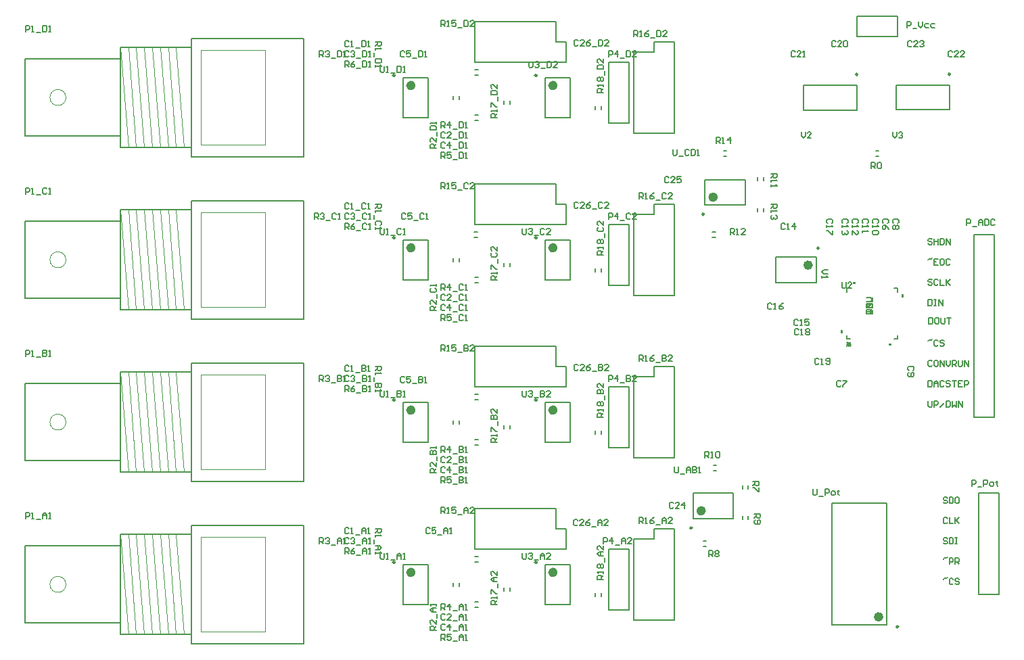
<source format=gto>
G04 Layer_Color=65535*
%FSLAX25Y25*%
%MOIN*%
G70*
G01*
G75*
%ADD42C,0.02362*%
%ADD43C,0.00984*%
%ADD44C,0.00098*%
%ADD45C,0.00787*%
%ADD46C,0.00098*%
%ADD47C,0.00600*%
%ADD48C,0.00500*%
G36*
X420400Y253792D02*
X419400D01*
Y255292D01*
X420400D01*
Y253792D01*
D02*
G37*
G36*
X444608Y247800D02*
X443108D01*
Y248800D01*
X444608D01*
Y247800D01*
D02*
G37*
G36*
X426892Y278000D02*
X425392D01*
Y279000D01*
X426892D01*
Y278000D01*
D02*
G37*
G36*
X450600Y271508D02*
X449600D01*
Y273008D01*
X450600D01*
Y271508D01*
D02*
G37*
D42*
X404587Y287362D02*
G03*
X404587Y287362I-1181J0D01*
G01*
X357776Y320866D02*
G03*
X357776Y320866I-1181J0D01*
G01*
X278819Y295905D02*
G03*
X278819Y295905I-1181J0D01*
G01*
X439331Y114016D02*
G03*
X439331Y114016I-1181J0D01*
G01*
X278819Y215905D02*
G03*
X278819Y215905I-1181J0D01*
G01*
Y135906D02*
G03*
X278819Y135906I-1181J0D01*
G01*
X208819Y215905D02*
G03*
X208819Y215905I-1181J0D01*
G01*
Y135906D02*
G03*
X208819Y135906I-1181J0D01*
G01*
X351876Y166238D02*
G03*
X351876Y166238I-1181J0D01*
G01*
X278819Y375905D02*
G03*
X278819Y375905I-1181J0D01*
G01*
X208819Y295905D02*
G03*
X208819Y295905I-1181J0D01*
G01*
Y375905D02*
G03*
X208819Y375905I-1181J0D01*
G01*
D43*
X408839Y295728D02*
G03*
X408839Y295728I-492J0D01*
G01*
X352146Y312500D02*
G03*
X352146Y312500I-492J0D01*
G01*
X269764Y300847D02*
G03*
X269764Y300847I-492J0D01*
G01*
X447894Y109153D02*
G03*
X447894Y109153I-492J0D01*
G01*
X269764Y220847D02*
G03*
X269764Y220847I-492J0D01*
G01*
Y140847D02*
G03*
X269764Y140847I-492J0D01*
G01*
X199764Y220847D02*
G03*
X199764Y220847I-492J0D01*
G01*
Y140847D02*
G03*
X199764Y140847I-492J0D01*
G01*
X346246Y157872D02*
G03*
X346246Y157872I-492J0D01*
G01*
X269764Y380847D02*
G03*
X269764Y380847I-492J0D01*
G01*
X199764Y300847D02*
G03*
X199764Y300847I-492J0D01*
G01*
Y380847D02*
G03*
X199764Y380847I-492J0D01*
G01*
X473484Y381516D02*
G03*
X473484Y381516I-492J0D01*
G01*
X427884Y381416D02*
G03*
X427884Y381416I-492J0D01*
G01*
D44*
X37657Y130000D02*
G03*
X37657Y130000I-3937J0D01*
G01*
Y210000D02*
G03*
X37657Y210000I-3937J0D01*
G01*
Y290000D02*
G03*
X37657Y290000I-3937J0D01*
G01*
Y370000D02*
G03*
X37657Y370000I-3937J0D01*
G01*
X104193Y106772D02*
Y153228D01*
X91988Y154606D02*
X95925Y105394D01*
X88051Y154606D02*
X91988Y105394D01*
X84114Y154606D02*
X88051Y105394D01*
X80177Y154606D02*
X84114Y105394D01*
X76240Y154606D02*
X80177Y105394D01*
X72303Y154606D02*
X76240Y105394D01*
X68366Y154606D02*
X72303Y105394D01*
X64429Y154606D02*
X68366Y105394D01*
X104193Y186772D02*
Y233228D01*
X91988Y234606D02*
X95925Y185394D01*
X88051Y234606D02*
X91988Y185394D01*
X84114Y234606D02*
X88051Y185394D01*
X80177Y234606D02*
X84114Y185394D01*
X76240Y234606D02*
X80177Y185394D01*
X72303Y234606D02*
X76240Y185394D01*
X68366Y234606D02*
X72303Y185394D01*
X64429Y234606D02*
X68366Y185394D01*
X104193Y266772D02*
Y313228D01*
X91988Y314606D02*
X95925Y265394D01*
X88051Y314606D02*
X91988Y265394D01*
X84114Y314606D02*
X88051Y265394D01*
X80177Y314606D02*
X84114Y265394D01*
X76240Y314606D02*
X80177Y265394D01*
X72303Y314606D02*
X76240Y265394D01*
X68366Y314606D02*
X72303Y265394D01*
X64429Y314606D02*
X68366Y265394D01*
X104193Y346772D02*
Y393228D01*
X91988Y394606D02*
X95925Y345394D01*
X88051Y394606D02*
X91988Y345394D01*
X84114Y394606D02*
X88051Y345394D01*
X80177Y394606D02*
X84114Y345394D01*
X76240Y394606D02*
X80177Y345394D01*
X72303Y394606D02*
X76240Y345394D01*
X68366Y394606D02*
X72303Y345394D01*
X64429Y394606D02*
X68366Y345394D01*
D45*
X381378Y329213D02*
Y330787D01*
X378622Y329213D02*
Y330787D01*
X387657Y278701D02*
Y291299D01*
X407342Y278701D02*
Y291299D01*
X387657Y278701D02*
X407342D01*
X387657Y291299D02*
X407342D01*
X356260Y303878D02*
X357835D01*
X356260Y301122D02*
X357835D01*
X381378Y313760D02*
Y315335D01*
X378622Y313760D02*
Y315335D01*
X372342Y316929D02*
Y329528D01*
X352658Y316929D02*
Y329528D01*
X372342D01*
X352658Y316929D02*
X372342D01*
X239272Y307500D02*
Y327500D01*
Y307500D02*
X284272D01*
Y317500D01*
X279272D02*
X284272D01*
X279272D02*
Y327500D01*
X239272D02*
X279272D01*
X239272Y387500D02*
Y407500D01*
Y387500D02*
X284272D01*
Y397500D01*
X279272D02*
X284272D01*
X279272D02*
Y407500D01*
X239272D02*
X279272D01*
X273701Y280157D02*
Y299843D01*
X286299Y280157D02*
Y299843D01*
X273701D02*
X286299D01*
X273701Y280157D02*
X286299D01*
X415315Y169921D02*
X442087D01*
X415315Y110079D02*
X442087D01*
X415315D02*
Y169921D01*
X442087Y110079D02*
Y169921D01*
X239272Y227500D02*
Y247500D01*
Y227500D02*
X284272D01*
Y237500D01*
X279272D02*
X284272D01*
X279272D02*
Y247500D01*
X239272D02*
X279272D01*
X273701Y200157D02*
Y219843D01*
X286299Y200157D02*
Y219843D01*
X273701D02*
X286299D01*
X273701Y200157D02*
X286299D01*
X239272Y167500D02*
X279272D01*
Y157500D02*
Y167500D01*
Y157500D02*
X284272D01*
Y147500D02*
Y157500D01*
X239272Y147500D02*
X284272D01*
X239272D02*
Y167500D01*
X273701Y120158D02*
X286299D01*
X273701Y139842D02*
X286299D01*
Y120158D02*
Y139842D01*
X273701Y120158D02*
Y139842D01*
X203701Y200157D02*
X216299D01*
X203701Y219843D02*
X216299D01*
Y200157D02*
Y219843D01*
X203701Y200157D02*
Y219843D01*
Y120158D02*
X216299D01*
X203701Y139842D02*
X216299D01*
Y120158D02*
Y139842D01*
X203701Y120158D02*
Y139842D01*
X366442Y162301D02*
Y174899D01*
X346758Y162301D02*
Y174899D01*
X366442D01*
X346758Y162301D02*
X366442D01*
X228622Y369213D02*
Y370787D01*
X231378Y369213D02*
Y370787D01*
X239213Y383878D02*
X240787D01*
X239213Y381122D02*
X240787D01*
X239213Y361378D02*
X240787D01*
X239213Y358622D02*
X240787D01*
X228622Y289213D02*
Y290787D01*
X231378Y289213D02*
Y290787D01*
X239213Y281378D02*
X240787D01*
X239213Y278622D02*
X240787D01*
X238760Y303878D02*
X240335D01*
X238760Y301122D02*
X240335D01*
X228622Y209213D02*
Y210787D01*
X231378Y209213D02*
Y210787D01*
X239213Y223878D02*
X240787D01*
X239213Y221122D02*
X240787D01*
X239213Y201378D02*
X240787D01*
X239213Y198622D02*
X240787D01*
X373878Y177165D02*
Y178740D01*
X371122Y177165D02*
Y178740D01*
X351713Y151378D02*
X353287D01*
X351713Y148622D02*
X353287D01*
X373878Y162165D02*
Y163740D01*
X371122Y162165D02*
Y163740D01*
X356713Y188878D02*
X358287D01*
X356713Y186122D02*
X358287D01*
X361713Y343878D02*
X363287D01*
X361713Y341122D02*
X363287D01*
X64429Y111102D02*
Y148898D01*
X99468Y105394D02*
Y154606D01*
Y159134D02*
X154980D01*
X99468Y154606D02*
Y159134D01*
X64429Y154606D02*
X99468D01*
X64429Y148898D02*
Y154606D01*
X17579Y148898D02*
X64429D01*
X17579Y111102D02*
Y148898D01*
Y111102D02*
X64429D01*
Y105394D02*
Y111102D01*
Y105394D02*
X99468D01*
Y100866D02*
Y105394D01*
Y100866D02*
X154980D01*
Y159134D01*
X64429Y191102D02*
Y228898D01*
X99468Y185394D02*
Y234606D01*
Y239134D02*
X154980D01*
X99468Y234606D02*
Y239134D01*
X64429Y234606D02*
X99468D01*
X64429Y228898D02*
Y234606D01*
X17579Y228898D02*
X64429D01*
X17579Y191102D02*
Y228898D01*
Y191102D02*
X64429D01*
Y185394D02*
Y191102D01*
Y185394D02*
X99468D01*
Y180866D02*
Y185394D01*
Y180866D02*
X154980D01*
Y239134D01*
X64429Y271102D02*
Y308898D01*
X99468Y265394D02*
Y314606D01*
Y319134D02*
X154980D01*
X99468Y314606D02*
Y319134D01*
X64429Y314606D02*
X99468D01*
X64429Y308898D02*
Y314606D01*
X17579Y308898D02*
X64429D01*
X17579Y271102D02*
Y308898D01*
Y271102D02*
X64429D01*
Y265394D02*
Y271102D01*
Y265394D02*
X99468D01*
Y260866D02*
Y265394D01*
Y260866D02*
X154980D01*
Y319134D01*
X64429Y351102D02*
Y388898D01*
X99468Y345394D02*
Y394606D01*
Y399134D02*
X154980D01*
X99468Y394606D02*
Y399134D01*
X64429Y394606D02*
X99468D01*
X64429Y388898D02*
Y394606D01*
X17579Y388898D02*
X64429D01*
X17579Y351102D02*
Y388898D01*
Y351102D02*
X64429D01*
Y345394D02*
Y351102D01*
Y345394D02*
X99468D01*
Y340866D02*
Y345394D01*
Y340866D02*
X154980D01*
Y399134D01*
X239213Y143878D02*
X240787D01*
X239213Y141122D02*
X240787D01*
X239213Y121378D02*
X240787D01*
X239213Y118622D02*
X240787D01*
X228622Y129213D02*
Y130787D01*
X231378Y129213D02*
Y130787D01*
X256378Y126713D02*
Y128287D01*
X253622Y126713D02*
Y128287D01*
X317500Y112500D02*
Y152500D01*
X327500D01*
Y157500D01*
X337500D01*
Y112500D02*
Y157500D01*
X317500Y112500D02*
X337500D01*
X273701Y360157D02*
Y379842D01*
X286299Y360157D02*
Y379842D01*
X273701D02*
X286299D01*
X273701Y360157D02*
X286299D01*
X298622Y204213D02*
Y205787D01*
X301378Y204213D02*
Y205787D01*
X253622Y206713D02*
Y208287D01*
X256378Y206713D02*
Y208287D01*
X305000Y197500D02*
Y227500D01*
Y197500D02*
X315000D01*
Y227500D01*
X305000D02*
X315000D01*
X317500Y192500D02*
X337500D01*
Y237500D01*
X327500D02*
X337500D01*
X327500Y232500D02*
Y237500D01*
X317500Y232500D02*
X327500D01*
X317500Y192500D02*
Y232500D01*
X305000Y147500D02*
X315000D01*
Y117500D02*
Y147500D01*
X305000Y117500D02*
X315000D01*
X305000D02*
Y147500D01*
X301378Y124213D02*
Y125787D01*
X298622Y124213D02*
Y125787D01*
X203701Y280157D02*
X216299D01*
X203701Y299843D02*
X216299D01*
Y280157D02*
Y299843D01*
X203701Y280157D02*
Y299843D01*
Y360157D02*
X216299D01*
X203701Y379842D02*
X216299D01*
Y360157D02*
Y379842D01*
X203701Y360157D02*
Y379842D01*
X253622Y286713D02*
Y288287D01*
X256378Y286713D02*
Y288287D01*
X298622Y284213D02*
Y285787D01*
X301378Y284213D02*
Y285787D01*
X317500Y272500D02*
X337500D01*
Y317500D01*
X327500D02*
X337500D01*
X327500Y312500D02*
Y317500D01*
X317500Y312500D02*
X327500D01*
X317500Y272500D02*
Y312500D01*
X253622Y366713D02*
Y368287D01*
X256378Y366713D02*
Y368287D01*
X298622Y364213D02*
Y365787D01*
X301378Y364213D02*
Y365787D01*
X317500Y352500D02*
X337500D01*
Y397500D01*
X327500D02*
X337500D01*
X327500Y392500D02*
Y397500D01*
X317500Y392500D02*
X327500D01*
X317500Y352500D02*
Y392500D01*
X446811Y363898D02*
Y376102D01*
X473189Y363898D02*
Y376102D01*
X446811Y363898D02*
X473189D01*
X446811Y376102D02*
X473189D01*
X401211Y363798D02*
Y376002D01*
X427589Y363798D02*
Y376002D01*
X401211Y363798D02*
X427589D01*
X401211Y376002D02*
X427589D01*
X305000Y357500D02*
Y387500D01*
Y357500D02*
X315000D01*
Y387500D01*
X305000D02*
X315000D01*
X305000Y277500D02*
Y307500D01*
Y277500D02*
X315000D01*
Y307500D01*
X305000D02*
X315000D01*
X485000Y302500D02*
X495000D01*
Y212500D02*
Y302500D01*
X485000Y212500D02*
X495000D01*
X485000D02*
Y302500D01*
X487500Y125000D02*
X497500D01*
X487500D02*
Y175000D01*
X497500Y125000D02*
Y175000D01*
X487500D02*
X497500D01*
X436713Y343878D02*
X438287D01*
X436713Y341122D02*
X438287D01*
X427500Y400000D02*
Y410000D01*
X447500D01*
Y400000D02*
Y410000D01*
X427500Y400000D02*
X447500D01*
D46*
X17579Y111102D02*
Y148898D01*
Y111102D02*
X64429D01*
Y148898D01*
X17579D02*
X64429D01*
Y154606D01*
X99468D01*
Y105394D02*
Y154606D01*
X64429Y105394D02*
X99468D01*
X64429D02*
Y111102D01*
X99468Y154606D02*
Y159134D01*
X154980D01*
Y100866D02*
Y159134D01*
X99468Y100866D02*
X154980D01*
X99468D02*
Y105394D01*
X104193Y106772D02*
X135689D01*
Y153228D01*
X104193D02*
X135689D01*
X17579Y191102D02*
Y228898D01*
Y191102D02*
X64429D01*
Y228898D01*
X17579D02*
X64429D01*
Y234606D01*
X99468D01*
Y185394D02*
Y234606D01*
X64429Y185394D02*
X99468D01*
X64429D02*
Y191102D01*
X99468Y234606D02*
Y239134D01*
X154980D01*
Y180866D02*
Y239134D01*
X99468Y180866D02*
X154980D01*
X99468D02*
Y185394D01*
X104193Y186772D02*
X135689D01*
Y233228D01*
X104193D02*
X135689D01*
X17579Y271102D02*
Y308898D01*
Y271102D02*
X64429D01*
Y308898D01*
X17579D02*
X64429D01*
Y314606D01*
X99468D01*
Y265394D02*
Y314606D01*
X64429Y265394D02*
X99468D01*
X64429D02*
Y271102D01*
X99468Y314606D02*
Y319134D01*
X154980D01*
Y260866D02*
Y319134D01*
X99468Y260866D02*
X154980D01*
X99468D02*
Y265394D01*
X104193Y266772D02*
X135689D01*
Y313228D01*
X104193D02*
X135689D01*
X17579Y351102D02*
Y388898D01*
Y351102D02*
X64429D01*
Y388898D01*
X17579D02*
X64429D01*
Y394606D01*
X99468D01*
Y345394D02*
Y394606D01*
X64429Y345394D02*
X99468D01*
X64429D02*
Y351102D01*
X99468Y394606D02*
Y399134D01*
X154980D01*
Y340866D02*
Y399134D01*
X99468Y340866D02*
X154980D01*
X99468D02*
Y345394D01*
X104193Y346772D02*
X135689D01*
Y393228D01*
X104193D02*
X135689D01*
D47*
X447500Y274168D02*
Y275900D01*
X445768Y250900D02*
X447500D01*
X422500D02*
X424232D01*
X422500Y274168D02*
Y275900D01*
X445768D02*
X447500D01*
Y250900D02*
Y252632D01*
X422500Y275900D02*
X424232D01*
X422500Y250900D02*
Y252632D01*
D48*
X385000Y332500D02*
X387999D01*
Y331000D01*
X387499Y330501D01*
X386500D01*
X386000Y331000D01*
Y332500D01*
Y331500D02*
X385000Y330501D01*
Y329501D02*
Y328501D01*
Y329001D01*
X387999D01*
X387499Y329501D01*
X385000Y327002D02*
Y326002D01*
Y326502D01*
X387999D01*
X387499Y327002D01*
X434547Y335000D02*
Y337999D01*
X436047D01*
X436547Y337499D01*
Y336500D01*
X436047Y336000D01*
X434547D01*
X435547D02*
X436547Y335000D01*
X437546Y337499D02*
X438046Y337999D01*
X439046D01*
X439546Y337499D01*
Y335500D01*
X439046Y335000D01*
X438046D01*
X437546Y335500D01*
Y337499D01*
X452000Y404500D02*
Y407499D01*
X453500D01*
X453999Y406999D01*
Y406000D01*
X453500Y405500D01*
X452000D01*
X454999Y404000D02*
X456998D01*
X457998Y407499D02*
Y405500D01*
X458998Y404500D01*
X459997Y405500D01*
Y407499D01*
X462996Y406499D02*
X461497D01*
X460997Y406000D01*
Y405000D01*
X461497Y404500D01*
X462996D01*
X465996Y406499D02*
X464496D01*
X463996Y406000D01*
Y405000D01*
X464496Y404500D01*
X465996D01*
X481500Y307000D02*
Y309999D01*
X483000D01*
X483499Y309499D01*
Y308500D01*
X483000Y308000D01*
X481500D01*
X484499Y306500D02*
X486498D01*
X487498Y307000D02*
Y308999D01*
X488498Y309999D01*
X489497Y308999D01*
Y307000D01*
Y308500D01*
X487498D01*
X490497Y309999D02*
Y307000D01*
X491997D01*
X492496Y307500D01*
Y309499D01*
X491997Y309999D01*
X490497D01*
X495496Y309499D02*
X494996Y309999D01*
X493996D01*
X493496Y309499D01*
Y307500D01*
X493996Y307000D01*
X494996D01*
X495496Y307500D01*
X484000Y178500D02*
Y181499D01*
X485499D01*
X485999Y180999D01*
Y179999D01*
X485499Y179500D01*
X484000D01*
X486999Y178000D02*
X488998D01*
X489998Y178500D02*
Y181499D01*
X491498D01*
X491997Y180999D01*
Y179999D01*
X491498Y179500D01*
X489998D01*
X493497Y178500D02*
X494497D01*
X494996Y179000D01*
Y179999D01*
X494497Y180499D01*
X493497D01*
X492997Y179999D01*
Y179000D01*
X493497Y178500D01*
X496496Y180999D02*
Y180499D01*
X495996D01*
X496996D01*
X496496D01*
Y179000D01*
X496996Y178500D01*
X405800Y176999D02*
Y174500D01*
X406300Y174000D01*
X407300D01*
X407799Y174500D01*
Y176999D01*
X408799Y173500D02*
X410798D01*
X411798Y174000D02*
Y176999D01*
X413298D01*
X413797Y176499D01*
Y175499D01*
X413298Y175000D01*
X411798D01*
X415297Y174000D02*
X416297D01*
X416796Y174500D01*
Y175499D01*
X416297Y175999D01*
X415297D01*
X414797Y175499D01*
Y174500D01*
X415297Y174000D01*
X418296Y176499D02*
Y175999D01*
X417796D01*
X418796D01*
X418296D01*
Y174500D01*
X418796Y174000D01*
X454499Y397499D02*
X454000Y397999D01*
X453000D01*
X452500Y397499D01*
Y395500D01*
X453000Y395000D01*
X454000D01*
X454499Y395500D01*
X457498Y395000D02*
X455499D01*
X457498Y396999D01*
Y397499D01*
X456998Y397999D01*
X455999D01*
X455499Y397499D01*
X458498D02*
X458998Y397999D01*
X459998D01*
X460497Y397499D01*
Y396999D01*
X459998Y396499D01*
X459498D01*
X459998D01*
X460497Y396000D01*
Y395500D01*
X459998Y395000D01*
X458998D01*
X458498Y395500D01*
X474499Y392499D02*
X474000Y392999D01*
X473000D01*
X472500Y392499D01*
Y390500D01*
X473000Y390000D01*
X474000D01*
X474499Y390500D01*
X477498Y390000D02*
X475499D01*
X477498Y391999D01*
Y392499D01*
X476999Y392999D01*
X475999D01*
X475499Y392499D01*
X480497Y390000D02*
X478498D01*
X480497Y391999D01*
Y392499D01*
X479998Y392999D01*
X478998D01*
X478498Y392499D01*
X396999D02*
X396499Y392999D01*
X395500D01*
X395000Y392499D01*
Y390500D01*
X395500Y390000D01*
X396499D01*
X396999Y390500D01*
X399998Y390000D02*
X397999D01*
X399998Y391999D01*
Y392499D01*
X399499Y392999D01*
X398499D01*
X397999Y392499D01*
X400998Y390000D02*
X401998D01*
X401498D01*
Y392999D01*
X400998Y392499D01*
X416999Y397499D02*
X416500Y397999D01*
X415500D01*
X415000Y397499D01*
Y395500D01*
X415500Y395000D01*
X416500D01*
X416999Y395500D01*
X419998Y395000D02*
X417999D01*
X419998Y396999D01*
Y397499D01*
X419498Y397999D01*
X418499D01*
X417999Y397499D01*
X420998D02*
X421498Y397999D01*
X422498D01*
X422997Y397499D01*
Y395500D01*
X422498Y395000D01*
X421498D01*
X420998Y395500D01*
Y397499D01*
X400000Y352999D02*
Y351000D01*
X401000Y350000D01*
X401999Y351000D01*
Y352999D01*
X404998Y350000D02*
X402999D01*
X404998Y351999D01*
Y352499D01*
X404498Y352999D01*
X403499D01*
X402999Y352499D01*
X445000Y352999D02*
Y351000D01*
X446000Y350000D01*
X446999Y351000D01*
Y352999D01*
X447999Y352499D02*
X448499Y352999D01*
X449499D01*
X449998Y352499D01*
Y351999D01*
X449499Y351500D01*
X448999D01*
X449499D01*
X449998Y351000D01*
Y350500D01*
X449499Y350000D01*
X448499D01*
X447999Y350500D01*
X265800Y387799D02*
Y385300D01*
X266300Y384800D01*
X267300D01*
X267799Y385300D01*
Y387799D01*
X268799Y387299D02*
X269299Y387799D01*
X270299D01*
X270798Y387299D01*
Y386799D01*
X270299Y386299D01*
X269799D01*
X270299D01*
X270798Y385800D01*
Y385300D01*
X270299Y384800D01*
X269299D01*
X268799Y385300D01*
X271798Y384300D02*
X273797D01*
X274797Y387799D02*
Y384800D01*
X276297D01*
X276796Y385300D01*
Y387299D01*
X276297Y387799D01*
X274797D01*
X279796Y384800D02*
X277796D01*
X279796Y386799D01*
Y387299D01*
X279296Y387799D01*
X278296D01*
X277796Y387299D01*
X262500Y305499D02*
Y303000D01*
X263000Y302500D01*
X264000D01*
X264499Y303000D01*
Y305499D01*
X265499Y304999D02*
X265999Y305499D01*
X266999D01*
X267498Y304999D01*
Y304499D01*
X266999Y303999D01*
X266499D01*
X266999D01*
X267498Y303500D01*
Y303000D01*
X266999Y302500D01*
X265999D01*
X265499Y303000D01*
X268498Y302000D02*
X270497D01*
X273496Y304999D02*
X272997Y305499D01*
X271997D01*
X271497Y304999D01*
Y303000D01*
X271997Y302500D01*
X272997D01*
X273496Y303000D01*
X276496Y302500D02*
X274496D01*
X276496Y304499D01*
Y304999D01*
X275996Y305499D01*
X274996D01*
X274496Y304999D01*
X302500Y372500D02*
X299501D01*
Y374000D01*
X300001Y374499D01*
X301000D01*
X301500Y374000D01*
Y372500D01*
Y373500D02*
X302500Y374499D01*
Y375499D02*
Y376499D01*
Y375999D01*
X299501D01*
X300001Y375499D01*
Y377998D02*
X299501Y378498D01*
Y379498D01*
X300001Y379998D01*
X300501D01*
X301000Y379498D01*
X301500Y379998D01*
X302000D01*
X302500Y379498D01*
Y378498D01*
X302000Y377998D01*
X301500D01*
X301000Y378498D01*
X300501Y377998D01*
X300001D01*
X301000Y378498D02*
Y379498D01*
X303000Y380997D02*
Y382997D01*
X299501Y383996D02*
X302500D01*
Y385496D01*
X302000Y385996D01*
X300001D01*
X299501Y385496D01*
Y383996D01*
X302500Y388995D02*
Y386995D01*
X300501Y388995D01*
X300001D01*
X299501Y388495D01*
Y387495D01*
X300001Y386995D01*
X302500Y292500D02*
X299501D01*
Y294000D01*
X300001Y294499D01*
X301000D01*
X301500Y294000D01*
Y292500D01*
Y293500D02*
X302500Y294499D01*
Y295499D02*
Y296499D01*
Y295999D01*
X299501D01*
X300001Y295499D01*
Y297998D02*
X299501Y298498D01*
Y299498D01*
X300001Y299998D01*
X300501D01*
X301000Y299498D01*
X301500Y299998D01*
X302000D01*
X302500Y299498D01*
Y298498D01*
X302000Y297998D01*
X301500D01*
X301000Y298498D01*
X300501Y297998D01*
X300001D01*
X301000Y298498D02*
Y299498D01*
X303000Y300997D02*
Y302997D01*
X300001Y305996D02*
X299501Y305496D01*
Y304496D01*
X300001Y303996D01*
X302000D01*
X302500Y304496D01*
Y305496D01*
X302000Y305996D01*
X302500Y308995D02*
Y306995D01*
X300501Y308995D01*
X300001D01*
X299501Y308495D01*
Y307495D01*
X300001Y306995D01*
X250000Y360000D02*
X247001D01*
Y361500D01*
X247501Y361999D01*
X248500D01*
X249000Y361500D01*
Y360000D01*
Y361000D02*
X250000Y361999D01*
Y362999D02*
Y363999D01*
Y363499D01*
X247001D01*
X247501Y362999D01*
X247001Y365498D02*
Y367498D01*
X247501D01*
X249500Y365498D01*
X250000D01*
X250500Y368497D02*
Y370497D01*
X247001Y371496D02*
X250000D01*
Y372996D01*
X249500Y373496D01*
X247501D01*
X247001Y372996D01*
Y371496D01*
X250000Y376495D02*
Y374495D01*
X248001Y376495D01*
X247501D01*
X247001Y375995D01*
Y374995D01*
X247501Y374495D01*
X250000Y280000D02*
X247001D01*
Y281500D01*
X247501Y281999D01*
X248500D01*
X249000Y281500D01*
Y280000D01*
Y281000D02*
X250000Y281999D01*
Y282999D02*
Y283999D01*
Y283499D01*
X247001D01*
X247501Y282999D01*
X247001Y285498D02*
Y287498D01*
X247501D01*
X249500Y285498D01*
X250000D01*
X250500Y288497D02*
Y290497D01*
X247501Y293496D02*
X247001Y292996D01*
Y291996D01*
X247501Y291496D01*
X249500D01*
X250000Y291996D01*
Y292996D01*
X249500Y293496D01*
X250000Y296495D02*
Y294495D01*
X248001Y296495D01*
X247501D01*
X247001Y295995D01*
Y294995D01*
X247501Y294495D01*
X317500Y400000D02*
Y402999D01*
X319000D01*
X319499Y402499D01*
Y401500D01*
X319000Y401000D01*
X317500D01*
X318500D02*
X319499Y400000D01*
X320499D02*
X321499D01*
X320999D01*
Y402999D01*
X320499Y402499D01*
X324998Y402999D02*
X323998Y402499D01*
X322998Y401500D01*
Y400500D01*
X323498Y400000D01*
X324498D01*
X324998Y400500D01*
Y401000D01*
X324498Y401500D01*
X322998D01*
X325997Y399500D02*
X327997D01*
X328996Y402999D02*
Y400000D01*
X330496D01*
X330996Y400500D01*
Y402499D01*
X330496Y402999D01*
X328996D01*
X333995Y400000D02*
X331995D01*
X333995Y401999D01*
Y402499D01*
X333495Y402999D01*
X332495D01*
X331995Y402499D01*
X320000Y320000D02*
Y322999D01*
X321499D01*
X321999Y322499D01*
Y321499D01*
X321499Y321000D01*
X320000D01*
X321000D02*
X321999Y320000D01*
X322999D02*
X323999D01*
X323499D01*
Y322999D01*
X322999Y322499D01*
X327498Y322999D02*
X326498Y322499D01*
X325498Y321499D01*
Y320500D01*
X325998Y320000D01*
X326998D01*
X327498Y320500D01*
Y321000D01*
X326998Y321499D01*
X325498D01*
X328497Y319500D02*
X330497D01*
X333496Y322499D02*
X332996Y322999D01*
X331996D01*
X331496Y322499D01*
Y320500D01*
X331996Y320000D01*
X332996D01*
X333496Y320500D01*
X336495Y320000D02*
X334495D01*
X336495Y321999D01*
Y322499D01*
X335995Y322999D01*
X334995D01*
X334495Y322499D01*
X222500Y405000D02*
Y407999D01*
X224000D01*
X224499Y407499D01*
Y406499D01*
X224000Y406000D01*
X222500D01*
X223500D02*
X224499Y405000D01*
X225499D02*
X226499D01*
X225999D01*
Y407999D01*
X225499Y407499D01*
X229998Y407999D02*
X227998D01*
Y406499D01*
X228998Y406999D01*
X229498D01*
X229998Y406499D01*
Y405500D01*
X229498Y405000D01*
X228498D01*
X227998Y405500D01*
X230997Y404500D02*
X232997D01*
X233996Y407999D02*
Y405000D01*
X235496D01*
X235996Y405500D01*
Y407499D01*
X235496Y407999D01*
X233996D01*
X238995Y405000D02*
X236995D01*
X238995Y406999D01*
Y407499D01*
X238495Y407999D01*
X237495D01*
X236995Y407499D01*
X222500Y325000D02*
Y327999D01*
X224000D01*
X224499Y327499D01*
Y326500D01*
X224000Y326000D01*
X222500D01*
X223500D02*
X224499Y325000D01*
X225499D02*
X226499D01*
X225999D01*
Y327999D01*
X225499Y327499D01*
X229998Y327999D02*
X227998D01*
Y326500D01*
X228998Y326999D01*
X229498D01*
X229998Y326500D01*
Y325500D01*
X229498Y325000D01*
X228498D01*
X227998Y325500D01*
X230997Y324500D02*
X232997D01*
X235996Y327499D02*
X235496Y327999D01*
X234496D01*
X233996Y327499D01*
Y325500D01*
X234496Y325000D01*
X235496D01*
X235996Y325500D01*
X238995Y325000D02*
X236995D01*
X238995Y326999D01*
Y327499D01*
X238495Y327999D01*
X237495D01*
X236995Y327499D01*
X305000Y390000D02*
Y392999D01*
X306500D01*
X306999Y392499D01*
Y391499D01*
X306500Y391000D01*
X305000D01*
X309499Y390000D02*
Y392999D01*
X307999Y391499D01*
X309998D01*
X310998Y389500D02*
X312997D01*
X313997Y392999D02*
Y390000D01*
X315497D01*
X315996Y390500D01*
Y392499D01*
X315497Y392999D01*
X313997D01*
X318995Y390000D02*
X316996D01*
X318995Y391999D01*
Y392499D01*
X318496Y392999D01*
X317496D01*
X316996Y392499D01*
X305000Y310000D02*
Y312999D01*
X306500D01*
X306999Y312499D01*
Y311500D01*
X306500Y311000D01*
X305000D01*
X309499Y310000D02*
Y312999D01*
X307999Y311500D01*
X309998D01*
X310998Y309500D02*
X312997D01*
X315996Y312499D02*
X315497Y312999D01*
X314497D01*
X313997Y312499D01*
Y310500D01*
X314497Y310000D01*
X315497D01*
X315996Y310500D01*
X318995Y310000D02*
X316996D01*
X318995Y311999D01*
Y312499D01*
X318496Y312999D01*
X317496D01*
X316996Y312499D01*
X290099Y397899D02*
X289599Y398399D01*
X288600D01*
X288100Y397899D01*
Y395900D01*
X288600Y395400D01*
X289599D01*
X290099Y395900D01*
X293098Y395400D02*
X291099D01*
X293098Y397399D01*
Y397899D01*
X292599Y398399D01*
X291599D01*
X291099Y397899D01*
X296097Y398399D02*
X295098Y397899D01*
X294098Y396900D01*
Y395900D01*
X294598Y395400D01*
X295598D01*
X296097Y395900D01*
Y396400D01*
X295598Y396900D01*
X294098D01*
X297097Y394900D02*
X299096D01*
X300096Y398399D02*
Y395400D01*
X301596D01*
X302096Y395900D01*
Y397899D01*
X301596Y398399D01*
X300096D01*
X305095Y395400D02*
X303095D01*
X305095Y397399D01*
Y397899D01*
X304595Y398399D01*
X303595D01*
X303095Y397899D01*
X290099Y317899D02*
X289599Y318399D01*
X288600D01*
X288100Y317899D01*
Y315900D01*
X288600Y315400D01*
X289599D01*
X290099Y315900D01*
X293098Y315400D02*
X291099D01*
X293098Y317399D01*
Y317899D01*
X292599Y318399D01*
X291599D01*
X291099Y317899D01*
X296097Y318399D02*
X295098Y317899D01*
X294098Y316899D01*
Y315900D01*
X294598Y315400D01*
X295598D01*
X296097Y315900D01*
Y316400D01*
X295598Y316899D01*
X294098D01*
X297097Y314900D02*
X299096D01*
X302096Y317899D02*
X301596Y318399D01*
X300596D01*
X300096Y317899D01*
Y315900D01*
X300596Y315400D01*
X301596D01*
X302096Y315900D01*
X305095Y315400D02*
X303095D01*
X305095Y317399D01*
Y317899D01*
X304595Y318399D01*
X303595D01*
X303095Y317899D01*
X262500Y225499D02*
Y223000D01*
X263000Y222500D01*
X264000D01*
X264499Y223000D01*
Y225499D01*
X265499Y224999D02*
X265999Y225499D01*
X266999D01*
X267498Y224999D01*
Y224499D01*
X266999Y224000D01*
X266499D01*
X266999D01*
X267498Y223500D01*
Y223000D01*
X266999Y222500D01*
X265999D01*
X265499Y223000D01*
X268498Y222000D02*
X270497D01*
X271497Y225499D02*
Y222500D01*
X272997D01*
X273496Y223000D01*
Y223500D01*
X272997Y224000D01*
X271497D01*
X272997D01*
X273496Y224499D01*
Y224999D01*
X272997Y225499D01*
X271497D01*
X276496Y222500D02*
X274496D01*
X276496Y224499D01*
Y224999D01*
X275996Y225499D01*
X274996D01*
X274496Y224999D01*
X302500Y212500D02*
X299501D01*
Y214000D01*
X300001Y214499D01*
X301000D01*
X301500Y214000D01*
Y212500D01*
Y213500D02*
X302500Y214499D01*
Y215499D02*
Y216499D01*
Y215999D01*
X299501D01*
X300001Y215499D01*
Y217998D02*
X299501Y218498D01*
Y219498D01*
X300001Y219998D01*
X300501D01*
X301000Y219498D01*
X301500Y219998D01*
X302000D01*
X302500Y219498D01*
Y218498D01*
X302000Y217998D01*
X301500D01*
X301000Y218498D01*
X300501Y217998D01*
X300001D01*
X301000Y218498D02*
Y219498D01*
X303000Y220997D02*
Y222997D01*
X299501Y223996D02*
X302500D01*
Y225496D01*
X302000Y225996D01*
X301500D01*
X301000Y225496D01*
Y223996D01*
Y225496D01*
X300501Y225996D01*
X300001D01*
X299501Y225496D01*
Y223996D01*
X302500Y228995D02*
Y226995D01*
X300501Y228995D01*
X300001D01*
X299501Y228495D01*
Y227495D01*
X300001Y226995D01*
X250000Y200000D02*
X247001D01*
Y201500D01*
X247501Y201999D01*
X248500D01*
X249000Y201500D01*
Y200000D01*
Y201000D02*
X250000Y201999D01*
Y202999D02*
Y203999D01*
Y203499D01*
X247001D01*
X247501Y202999D01*
X247001Y205498D02*
Y207498D01*
X247501D01*
X249500Y205498D01*
X250000D01*
X250500Y208497D02*
Y210497D01*
X247001Y211496D02*
X250000D01*
Y212996D01*
X249500Y213496D01*
X249000D01*
X248500Y212996D01*
Y211496D01*
Y212996D01*
X248001Y213496D01*
X247501D01*
X247001Y212996D01*
Y211496D01*
X250000Y216495D02*
Y214495D01*
X248001Y216495D01*
X247501D01*
X247001Y215995D01*
Y214995D01*
X247501Y214495D01*
X320000Y240000D02*
Y242999D01*
X321499D01*
X321999Y242499D01*
Y241499D01*
X321499Y241000D01*
X320000D01*
X321000D02*
X321999Y240000D01*
X322999D02*
X323999D01*
X323499D01*
Y242999D01*
X322999Y242499D01*
X327498Y242999D02*
X326498Y242499D01*
X325498Y241499D01*
Y240500D01*
X325998Y240000D01*
X326998D01*
X327498Y240500D01*
Y241000D01*
X326998Y241499D01*
X325498D01*
X328497Y239500D02*
X330497D01*
X331496Y242999D02*
Y240000D01*
X332996D01*
X333496Y240500D01*
Y241000D01*
X332996Y241499D01*
X331496D01*
X332996D01*
X333496Y241999D01*
Y242499D01*
X332996Y242999D01*
X331496D01*
X336495Y240000D02*
X334495D01*
X336495Y241999D01*
Y242499D01*
X335995Y242999D01*
X334995D01*
X334495Y242499D01*
X222500Y245000D02*
Y247999D01*
X224000D01*
X224499Y247499D01*
Y246499D01*
X224000Y246000D01*
X222500D01*
X223500D02*
X224499Y245000D01*
X225499D02*
X226499D01*
X225999D01*
Y247999D01*
X225499Y247499D01*
X229998Y247999D02*
X227998D01*
Y246499D01*
X228998Y246999D01*
X229498D01*
X229998Y246499D01*
Y245500D01*
X229498Y245000D01*
X228498D01*
X227998Y245500D01*
X230997Y244500D02*
X232997D01*
X233996Y247999D02*
Y245000D01*
X235496D01*
X235996Y245500D01*
Y246000D01*
X235496Y246499D01*
X233996D01*
X235496D01*
X235996Y246999D01*
Y247499D01*
X235496Y247999D01*
X233996D01*
X238995Y245000D02*
X236995D01*
X238995Y246999D01*
Y247499D01*
X238495Y247999D01*
X237495D01*
X236995Y247499D01*
X305000Y230000D02*
Y232999D01*
X306500D01*
X306999Y232499D01*
Y231500D01*
X306500Y231000D01*
X305000D01*
X309499Y230000D02*
Y232999D01*
X307999Y231500D01*
X309998D01*
X310998Y229500D02*
X312997D01*
X313997Y232999D02*
Y230000D01*
X315497D01*
X315996Y230500D01*
Y231000D01*
X315497Y231500D01*
X313997D01*
X315497D01*
X315996Y231999D01*
Y232499D01*
X315497Y232999D01*
X313997D01*
X318995Y230000D02*
X316996D01*
X318995Y231999D01*
Y232499D01*
X318496Y232999D01*
X317496D01*
X316996Y232499D01*
X290099Y237899D02*
X289599Y238399D01*
X288600D01*
X288100Y237899D01*
Y235900D01*
X288600Y235400D01*
X289599D01*
X290099Y235900D01*
X293098Y235400D02*
X291099D01*
X293098Y237399D01*
Y237899D01*
X292599Y238399D01*
X291599D01*
X291099Y237899D01*
X296097Y238399D02*
X295098Y237899D01*
X294098Y236899D01*
Y235900D01*
X294598Y235400D01*
X295598D01*
X296097Y235900D01*
Y236400D01*
X295598Y236899D01*
X294098D01*
X297097Y234900D02*
X299096D01*
X300096Y238399D02*
Y235400D01*
X301596D01*
X302096Y235900D01*
Y236400D01*
X301596Y236899D01*
X300096D01*
X301596D01*
X302096Y237399D01*
Y237899D01*
X301596Y238399D01*
X300096D01*
X305095Y235400D02*
X303095D01*
X305095Y237399D01*
Y237899D01*
X304595Y238399D01*
X303595D01*
X303095Y237899D01*
X176999Y157499D02*
X176499Y157999D01*
X175500D01*
X175000Y157499D01*
Y155500D01*
X175500Y155000D01*
X176499D01*
X176999Y155500D01*
X177999Y155000D02*
X178999D01*
X178499D01*
Y157999D01*
X177999Y157499D01*
X180498Y154500D02*
X182498D01*
X183497Y155000D02*
Y156999D01*
X184497Y157999D01*
X185497Y156999D01*
Y155000D01*
Y156500D01*
X183497D01*
X186496Y155000D02*
X187496D01*
X186996D01*
Y157999D01*
X186496Y157499D01*
X176999Y237499D02*
X176499Y237999D01*
X175500D01*
X175000Y237499D01*
Y235500D01*
X175500Y235000D01*
X176499D01*
X176999Y235500D01*
X177999Y235000D02*
X178999D01*
X178499D01*
Y237999D01*
X177999Y237499D01*
X180498Y234500D02*
X182498D01*
X183497Y237999D02*
Y235000D01*
X184997D01*
X185497Y235500D01*
Y236000D01*
X184997Y236500D01*
X183497D01*
X184997D01*
X185497Y236999D01*
Y237499D01*
X184997Y237999D01*
X183497D01*
X186496Y235000D02*
X187496D01*
X186996D01*
Y237999D01*
X186496Y237499D01*
X176999Y317499D02*
X176499Y317999D01*
X175500D01*
X175000Y317499D01*
Y315500D01*
X175500Y315000D01*
X176499D01*
X176999Y315500D01*
X177999Y315000D02*
X178999D01*
X178499D01*
Y317999D01*
X177999Y317499D01*
X180498Y314500D02*
X182498D01*
X185497Y317499D02*
X184997Y317999D01*
X183997D01*
X183497Y317499D01*
Y315500D01*
X183997Y315000D01*
X184997D01*
X185497Y315500D01*
X186496Y315000D02*
X187496D01*
X186996D01*
Y317999D01*
X186496Y317499D01*
X176999Y397499D02*
X176499Y397999D01*
X175500D01*
X175000Y397499D01*
Y395500D01*
X175500Y395000D01*
X176499D01*
X176999Y395500D01*
X177999Y395000D02*
X178999D01*
X178499D01*
Y397999D01*
X177999Y397499D01*
X180498Y394500D02*
X182498D01*
X183497Y397999D02*
Y395000D01*
X184997D01*
X185497Y395500D01*
Y397499D01*
X184997Y397999D01*
X183497D01*
X186496Y395000D02*
X187496D01*
X186996D01*
Y397999D01*
X186496Y397499D01*
X224499Y114999D02*
X224000Y115499D01*
X223000D01*
X222500Y114999D01*
Y113000D01*
X223000Y112500D01*
X224000D01*
X224499Y113000D01*
X227498Y112500D02*
X225499D01*
X227498Y114499D01*
Y114999D01*
X226998Y115499D01*
X225999D01*
X225499Y114999D01*
X228498Y112000D02*
X230497D01*
X231497Y112500D02*
Y114499D01*
X232497Y115499D01*
X233496Y114499D01*
Y112500D01*
Y113999D01*
X231497D01*
X234496Y112500D02*
X235496D01*
X234996D01*
Y115499D01*
X234496Y114999D01*
X224499Y192499D02*
X224000Y192999D01*
X223000D01*
X222500Y192499D01*
Y190500D01*
X223000Y190000D01*
X224000D01*
X224499Y190500D01*
X227498Y190000D02*
X225499D01*
X227498Y191999D01*
Y192499D01*
X226998Y192999D01*
X225999D01*
X225499Y192499D01*
X228498Y189500D02*
X230497D01*
X231497Y192999D02*
Y190000D01*
X232997D01*
X233496Y190500D01*
Y191000D01*
X232997Y191499D01*
X231497D01*
X232997D01*
X233496Y191999D01*
Y192499D01*
X232997Y192999D01*
X231497D01*
X234496Y190000D02*
X235496D01*
X234996D01*
Y192999D01*
X234496Y192499D01*
X224499Y272499D02*
X224000Y272999D01*
X223000D01*
X222500Y272499D01*
Y270500D01*
X223000Y270000D01*
X224000D01*
X224499Y270500D01*
X227498Y270000D02*
X225499D01*
X227498Y271999D01*
Y272499D01*
X226998Y272999D01*
X225999D01*
X225499Y272499D01*
X228498Y269500D02*
X230497D01*
X233496Y272499D02*
X232997Y272999D01*
X231997D01*
X231497Y272499D01*
Y270500D01*
X231997Y270000D01*
X232997D01*
X233496Y270500D01*
X234496Y270000D02*
X235496D01*
X234996D01*
Y272999D01*
X234496Y272499D01*
X224499Y352499D02*
X224000Y352999D01*
X223000D01*
X222500Y352499D01*
Y350500D01*
X223000Y350000D01*
X224000D01*
X224499Y350500D01*
X227498Y350000D02*
X225499D01*
X227498Y351999D01*
Y352499D01*
X226998Y352999D01*
X225999D01*
X225499Y352499D01*
X228498Y349500D02*
X230497D01*
X231497Y352999D02*
Y350000D01*
X232997D01*
X233496Y350500D01*
Y352499D01*
X232997Y352999D01*
X231497D01*
X234496Y350000D02*
X235496D01*
X234996D01*
Y352999D01*
X234496Y352499D01*
X176999Y152499D02*
X176499Y152999D01*
X175500D01*
X175000Y152499D01*
Y150500D01*
X175500Y150000D01*
X176499D01*
X176999Y150500D01*
X177999Y152499D02*
X178499Y152999D01*
X179499D01*
X179998Y152499D01*
Y151999D01*
X179499Y151499D01*
X178999D01*
X179499D01*
X179998Y151000D01*
Y150500D01*
X179499Y150000D01*
X178499D01*
X177999Y150500D01*
X180998Y149500D02*
X182997D01*
X183997Y150000D02*
Y151999D01*
X184997Y152999D01*
X185996Y151999D01*
Y150000D01*
Y151499D01*
X183997D01*
X186996Y150000D02*
X187996D01*
X187496D01*
Y152999D01*
X186996Y152499D01*
X176999Y232499D02*
X176499Y232999D01*
X175500D01*
X175000Y232499D01*
Y230500D01*
X175500Y230000D01*
X176499D01*
X176999Y230500D01*
X177999Y232499D02*
X178499Y232999D01*
X179499D01*
X179998Y232499D01*
Y231999D01*
X179499Y231500D01*
X178999D01*
X179499D01*
X179998Y231000D01*
Y230500D01*
X179499Y230000D01*
X178499D01*
X177999Y230500D01*
X180998Y229500D02*
X182997D01*
X183997Y232999D02*
Y230000D01*
X185497D01*
X185996Y230500D01*
Y231000D01*
X185497Y231500D01*
X183997D01*
X185497D01*
X185996Y231999D01*
Y232499D01*
X185497Y232999D01*
X183997D01*
X186996Y230000D02*
X187996D01*
X187496D01*
Y232999D01*
X186996Y232499D01*
X176999Y312499D02*
X176499Y312999D01*
X175500D01*
X175000Y312499D01*
Y310500D01*
X175500Y310000D01*
X176499D01*
X176999Y310500D01*
X177999Y312499D02*
X178499Y312999D01*
X179499D01*
X179998Y312499D01*
Y311999D01*
X179499Y311500D01*
X178999D01*
X179499D01*
X179998Y311000D01*
Y310500D01*
X179499Y310000D01*
X178499D01*
X177999Y310500D01*
X180998Y309500D02*
X182997D01*
X185996Y312499D02*
X185497Y312999D01*
X184497D01*
X183997Y312499D01*
Y310500D01*
X184497Y310000D01*
X185497D01*
X185996Y310500D01*
X186996Y310000D02*
X187996D01*
X187496D01*
Y312999D01*
X186996Y312499D01*
X176999Y392499D02*
X176499Y392999D01*
X175500D01*
X175000Y392499D01*
Y390500D01*
X175500Y390000D01*
X176499D01*
X176999Y390500D01*
X177999Y392499D02*
X178499Y392999D01*
X179499D01*
X179998Y392499D01*
Y391999D01*
X179499Y391499D01*
X178999D01*
X179499D01*
X179998Y391000D01*
Y390500D01*
X179499Y390000D01*
X178499D01*
X177999Y390500D01*
X180998Y389500D02*
X182997D01*
X183997Y392999D02*
Y390000D01*
X185497D01*
X185996Y390500D01*
Y392499D01*
X185497Y392999D01*
X183997D01*
X186996Y390000D02*
X187996D01*
X187496D01*
Y392999D01*
X186996Y392499D01*
X224499Y109999D02*
X224000Y110499D01*
X223000D01*
X222500Y109999D01*
Y108000D01*
X223000Y107500D01*
X224000D01*
X224499Y108000D01*
X226998Y107500D02*
Y110499D01*
X225499Y109000D01*
X227498D01*
X228498Y107000D02*
X230497D01*
X231497Y107500D02*
Y109499D01*
X232497Y110499D01*
X233496Y109499D01*
Y107500D01*
Y109000D01*
X231497D01*
X234496Y107500D02*
X235496D01*
X234996D01*
Y110499D01*
X234496Y109999D01*
X224499Y187499D02*
X224000Y187999D01*
X223000D01*
X222500Y187499D01*
Y185500D01*
X223000Y185000D01*
X224000D01*
X224499Y185500D01*
X226998Y185000D02*
Y187999D01*
X225499Y186500D01*
X227498D01*
X228498Y184500D02*
X230497D01*
X231497Y187999D02*
Y185000D01*
X232997D01*
X233496Y185500D01*
Y186000D01*
X232997Y186500D01*
X231497D01*
X232997D01*
X233496Y186999D01*
Y187499D01*
X232997Y187999D01*
X231497D01*
X234496Y185000D02*
X235496D01*
X234996D01*
Y187999D01*
X234496Y187499D01*
X224499Y267499D02*
X224000Y267999D01*
X223000D01*
X222500Y267499D01*
Y265500D01*
X223000Y265000D01*
X224000D01*
X224499Y265500D01*
X226998Y265000D02*
Y267999D01*
X225499Y266499D01*
X227498D01*
X228498Y264500D02*
X230497D01*
X233496Y267499D02*
X232997Y267999D01*
X231997D01*
X231497Y267499D01*
Y265500D01*
X231997Y265000D01*
X232997D01*
X233496Y265500D01*
X234496Y265000D02*
X235496D01*
X234996D01*
Y267999D01*
X234496Y267499D01*
X224499Y347499D02*
X224000Y347999D01*
X223000D01*
X222500Y347499D01*
Y345500D01*
X223000Y345000D01*
X224000D01*
X224499Y345500D01*
X226998Y345000D02*
Y347999D01*
X225499Y346499D01*
X227498D01*
X228498Y344500D02*
X230497D01*
X231497Y347999D02*
Y345000D01*
X232997D01*
X233496Y345500D01*
Y347499D01*
X232997Y347999D01*
X231497D01*
X234496Y345000D02*
X235496D01*
X234996D01*
Y347999D01*
X234496Y347499D01*
X216999Y157499D02*
X216499Y157999D01*
X215500D01*
X215000Y157499D01*
Y155500D01*
X215500Y155000D01*
X216499D01*
X216999Y155500D01*
X219998Y157999D02*
X217999D01*
Y156500D01*
X218999Y156999D01*
X219498D01*
X219998Y156500D01*
Y155500D01*
X219498Y155000D01*
X218499D01*
X217999Y155500D01*
X220998Y154500D02*
X222997D01*
X223997Y155000D02*
Y156999D01*
X224997Y157999D01*
X225996Y156999D01*
Y155000D01*
Y156500D01*
X223997D01*
X226996Y155000D02*
X227996D01*
X227496D01*
Y157999D01*
X226996Y157499D01*
X204499Y231999D02*
X203999Y232499D01*
X203000D01*
X202500Y231999D01*
Y230000D01*
X203000Y229500D01*
X203999D01*
X204499Y230000D01*
X207498Y232499D02*
X205499D01*
Y230999D01*
X206499Y231499D01*
X206998D01*
X207498Y230999D01*
Y230000D01*
X206998Y229500D01*
X205999D01*
X205499Y230000D01*
X208498Y229000D02*
X210497D01*
X211497Y232499D02*
Y229500D01*
X212997D01*
X213496Y230000D01*
Y230500D01*
X212997Y230999D01*
X211497D01*
X212997D01*
X213496Y231499D01*
Y231999D01*
X212997Y232499D01*
X211497D01*
X214496Y229500D02*
X215496D01*
X214996D01*
Y232499D01*
X214496Y231999D01*
X205157Y312499D02*
X204657Y312999D01*
X203657D01*
X203157Y312499D01*
Y310500D01*
X203657Y310000D01*
X204657D01*
X205157Y310500D01*
X208156Y312999D02*
X206156D01*
Y311500D01*
X207156Y311999D01*
X207656D01*
X208156Y311500D01*
Y310500D01*
X207656Y310000D01*
X206656D01*
X206156Y310500D01*
X209156Y309500D02*
X211155D01*
X214154Y312499D02*
X213654Y312999D01*
X212654D01*
X212155Y312499D01*
Y310500D01*
X212654Y310000D01*
X213654D01*
X214154Y310500D01*
X215154Y310000D02*
X216153D01*
X215653D01*
Y312999D01*
X215154Y312499D01*
X204499Y392499D02*
X203999Y392999D01*
X203000D01*
X202500Y392499D01*
Y390500D01*
X203000Y390000D01*
X203999D01*
X204499Y390500D01*
X207498Y392999D02*
X205499D01*
Y391499D01*
X206499Y391999D01*
X206998D01*
X207498Y391499D01*
Y390500D01*
X206998Y390000D01*
X205999D01*
X205499Y390500D01*
X208498Y389500D02*
X210497D01*
X211497Y392999D02*
Y390000D01*
X212997D01*
X213496Y390500D01*
Y392499D01*
X212997Y392999D01*
X211497D01*
X214496Y390000D02*
X215496D01*
X214996D01*
Y392999D01*
X214496Y392499D01*
X442499Y308001D02*
X442999Y308501D01*
Y309500D01*
X442499Y310000D01*
X440500D01*
X440000Y309500D01*
Y308501D01*
X440500Y308001D01*
X442999Y305002D02*
X442499Y306001D01*
X441500Y307001D01*
X440500D01*
X440000Y306501D01*
Y305502D01*
X440500Y305002D01*
X441000D01*
X441500Y305502D01*
Y307001D01*
X419499Y229999D02*
X418999Y230499D01*
X418000D01*
X417500Y229999D01*
Y228000D01*
X418000Y227500D01*
X418999D01*
X419499Y228000D01*
X420499Y230499D02*
X422498D01*
Y229999D01*
X420499Y228000D01*
Y227500D01*
X447499Y308001D02*
X447999Y308501D01*
Y309500D01*
X447499Y310000D01*
X445500D01*
X445000Y309500D01*
Y308501D01*
X445500Y308001D01*
X447499Y307001D02*
X447999Y306501D01*
Y305502D01*
X447499Y305002D01*
X446999D01*
X446499Y305502D01*
X446000Y305002D01*
X445500D01*
X445000Y305502D01*
Y306501D01*
X445500Y307001D01*
X446000D01*
X446499Y306501D01*
X446999Y307001D01*
X447499D01*
X446499Y306501D02*
Y305502D01*
X454999Y235501D02*
X455499Y236000D01*
Y237000D01*
X454999Y237500D01*
X453000D01*
X452500Y237000D01*
Y236000D01*
X453000Y235501D01*
Y234501D02*
X452500Y234001D01*
Y233001D01*
X453000Y232502D01*
X454999D01*
X455499Y233001D01*
Y234001D01*
X454999Y234501D01*
X454499D01*
X454000Y234001D01*
Y232502D01*
X422499Y308001D02*
X422999Y308501D01*
Y309500D01*
X422499Y310000D01*
X420500D01*
X420000Y309500D01*
Y308501D01*
X420500Y308001D01*
X420000Y307001D02*
Y306001D01*
Y306501D01*
X422999D01*
X422499Y307001D01*
Y304502D02*
X422999Y304002D01*
Y303002D01*
X422499Y302502D01*
X421999D01*
X421499Y303002D01*
Y303502D01*
Y303002D01*
X421000Y302502D01*
X420500D01*
X420000Y303002D01*
Y304002D01*
X420500Y304502D01*
X398499Y260099D02*
X398000Y260599D01*
X397000D01*
X396500Y260099D01*
Y258100D01*
X397000Y257600D01*
X398000D01*
X398499Y258100D01*
X399499Y257600D02*
X400499D01*
X399999D01*
Y260599D01*
X399499Y260099D01*
X403998Y260599D02*
X401998D01*
Y259100D01*
X402998Y259599D01*
X403498D01*
X403998Y259100D01*
Y258100D01*
X403498Y257600D01*
X402498D01*
X401998Y258100D01*
X398799Y255399D02*
X398300Y255899D01*
X397300D01*
X396800Y255399D01*
Y253400D01*
X397300Y252900D01*
X398300D01*
X398799Y253400D01*
X399799Y252900D02*
X400799D01*
X400299D01*
Y255899D01*
X399799Y255399D01*
X402298D02*
X402798Y255899D01*
X403798D01*
X404298Y255399D01*
Y254899D01*
X403798Y254399D01*
X404298Y253900D01*
Y253400D01*
X403798Y252900D01*
X402798D01*
X402298Y253400D01*
Y253900D01*
X402798Y254399D01*
X402298Y254899D01*
Y255399D01*
X402798Y254399D02*
X403798D01*
X408699Y240999D02*
X408200Y241499D01*
X407200D01*
X406700Y240999D01*
Y239000D01*
X407200Y238500D01*
X408200D01*
X408699Y239000D01*
X409699Y238500D02*
X410699D01*
X410199D01*
Y241499D01*
X409699Y240999D01*
X412198Y239000D02*
X412698Y238500D01*
X413698D01*
X414198Y239000D01*
Y240999D01*
X413698Y241499D01*
X412698D01*
X412198Y240999D01*
Y240499D01*
X412698Y240000D01*
X414198D01*
X336999Y169999D02*
X336500Y170499D01*
X335500D01*
X335000Y169999D01*
Y168000D01*
X335500Y167500D01*
X336500D01*
X336999Y168000D01*
X339998Y167500D02*
X337999D01*
X339998Y169499D01*
Y169999D01*
X339498Y170499D01*
X338499D01*
X337999Y169999D01*
X342498Y167500D02*
Y170499D01*
X340998Y169000D01*
X342997D01*
X334699Y330399D02*
X334200Y330899D01*
X333200D01*
X332700Y330399D01*
Y328400D01*
X333200Y327900D01*
X334200D01*
X334699Y328400D01*
X337698Y327900D02*
X335699D01*
X337698Y329899D01*
Y330399D01*
X337198Y330899D01*
X336199D01*
X335699Y330399D01*
X340697Y330899D02*
X338698D01*
Y329399D01*
X339698Y329899D01*
X340198D01*
X340697Y329399D01*
Y328400D01*
X340198Y327900D01*
X339198D01*
X338698Y328400D01*
X289899Y161399D02*
X289400Y161899D01*
X288400D01*
X287900Y161399D01*
Y159400D01*
X288400Y158900D01*
X289400D01*
X289899Y159400D01*
X292898Y158900D02*
X290899D01*
X292898Y160899D01*
Y161399D01*
X292399Y161899D01*
X291399D01*
X290899Y161399D01*
X295897Y161899D02*
X294898Y161399D01*
X293898Y160399D01*
Y159400D01*
X294398Y158900D01*
X295398D01*
X295897Y159400D01*
Y159900D01*
X295398Y160399D01*
X293898D01*
X296897Y158400D02*
X298896D01*
X299896Y158900D02*
Y160899D01*
X300896Y161899D01*
X301895Y160899D01*
Y158900D01*
Y160399D01*
X299896D01*
X304894Y158900D02*
X302895D01*
X304894Y160899D01*
Y161399D01*
X304395Y161899D01*
X303395D01*
X302895Y161399D01*
X17700Y162500D02*
Y165499D01*
X19199D01*
X19699Y164999D01*
Y163999D01*
X19199Y163500D01*
X17700D01*
X20699Y162500D02*
X21699D01*
X21199D01*
Y165499D01*
X20699Y164999D01*
X23198Y162000D02*
X25198D01*
X26197Y162500D02*
Y164499D01*
X27197Y165499D01*
X28197Y164499D01*
Y162500D01*
Y163999D01*
X26197D01*
X29196Y162500D02*
X30196D01*
X29696D01*
Y165499D01*
X29196Y164999D01*
X17700Y242500D02*
Y245499D01*
X19199D01*
X19699Y244999D01*
Y244000D01*
X19199Y243500D01*
X17700D01*
X20699Y242500D02*
X21699D01*
X21199D01*
Y245499D01*
X20699Y244999D01*
X23198Y242000D02*
X25198D01*
X26197Y245499D02*
Y242500D01*
X27697D01*
X28197Y243000D01*
Y243500D01*
X27697Y244000D01*
X26197D01*
X27697D01*
X28197Y244499D01*
Y244999D01*
X27697Y245499D01*
X26197D01*
X29196Y242500D02*
X30196D01*
X29696D01*
Y245499D01*
X29196Y244999D01*
X17700Y322500D02*
Y325499D01*
X19199D01*
X19699Y324999D01*
Y324000D01*
X19199Y323500D01*
X17700D01*
X20699Y322500D02*
X21699D01*
X21199D01*
Y325499D01*
X20699Y324999D01*
X23198Y322000D02*
X25198D01*
X28197Y324999D02*
X27697Y325499D01*
X26697D01*
X26197Y324999D01*
Y323000D01*
X26697Y322500D01*
X27697D01*
X28197Y323000D01*
X29196Y322500D02*
X30196D01*
X29696D01*
Y325499D01*
X29196Y324999D01*
X17700Y402500D02*
Y405499D01*
X19199D01*
X19699Y404999D01*
Y404000D01*
X19199Y403500D01*
X17700D01*
X20699Y402500D02*
X21699D01*
X21199D01*
Y405499D01*
X20699Y404999D01*
X23198Y402000D02*
X25198D01*
X26197Y405499D02*
Y402500D01*
X27697D01*
X28197Y403000D01*
Y404999D01*
X27697Y405499D01*
X26197D01*
X29196Y402500D02*
X30196D01*
X29696D01*
Y405499D01*
X29196Y404999D01*
X302500Y150000D02*
Y152999D01*
X303999D01*
X304499Y152499D01*
Y151499D01*
X303999Y151000D01*
X302500D01*
X306998Y150000D02*
Y152999D01*
X305499Y151499D01*
X307498D01*
X308498Y149500D02*
X310497D01*
X311497Y150000D02*
Y151999D01*
X312497Y152999D01*
X313496Y151999D01*
Y150000D01*
Y151499D01*
X311497D01*
X316495Y150000D02*
X314496D01*
X316495Y151999D01*
Y152499D01*
X315996Y152999D01*
X314996D01*
X314496Y152499D01*
X190000Y157500D02*
X192999D01*
Y156000D01*
X192499Y155501D01*
X191499D01*
X191000Y156000D01*
Y157500D01*
Y156500D02*
X190000Y155501D01*
Y154501D02*
Y153501D01*
Y154001D01*
X192999D01*
X192499Y154501D01*
X189500Y152002D02*
Y150002D01*
X190000Y149003D02*
X191999D01*
X192999Y148003D01*
X191999Y147003D01*
X190000D01*
X191499D01*
Y149003D01*
X190000Y146004D02*
Y145004D01*
Y145504D01*
X192999D01*
X192499Y146004D01*
X190000Y237500D02*
X192999D01*
Y236000D01*
X192499Y235501D01*
X191499D01*
X191000Y236000D01*
Y237500D01*
Y236500D02*
X190000Y235501D01*
Y234501D02*
Y233501D01*
Y234001D01*
X192999D01*
X192499Y234501D01*
X189500Y232002D02*
Y230002D01*
X192999Y229003D02*
X190000D01*
Y227503D01*
X190500Y227003D01*
X191000D01*
X191499Y227503D01*
Y229003D01*
Y227503D01*
X191999Y227003D01*
X192499D01*
X192999Y227503D01*
Y229003D01*
X190000Y226004D02*
Y225004D01*
Y225504D01*
X192999D01*
X192499Y226004D01*
X190000Y317500D02*
X192999D01*
Y316001D01*
X192499Y315501D01*
X191499D01*
X191000Y316001D01*
Y317500D01*
Y316500D02*
X190000Y315501D01*
Y314501D02*
Y313501D01*
Y314001D01*
X192999D01*
X192499Y314501D01*
X189500Y312002D02*
Y310002D01*
X192499Y307003D02*
X192999Y307503D01*
Y308503D01*
X192499Y309003D01*
X190500D01*
X190000Y308503D01*
Y307503D01*
X190500Y307003D01*
X190000Y306004D02*
Y305004D01*
Y305504D01*
X192999D01*
X192499Y306004D01*
X190000Y397500D02*
X192999D01*
Y396001D01*
X192499Y395501D01*
X191499D01*
X191000Y396001D01*
Y397500D01*
Y396500D02*
X190000Y395501D01*
Y394501D02*
Y393501D01*
Y394001D01*
X192999D01*
X192499Y394501D01*
X189500Y392002D02*
Y390002D01*
X192999Y389003D02*
X190000D01*
Y387503D01*
X190500Y387003D01*
X192499D01*
X192999Y387503D01*
Y389003D01*
X190000Y386004D02*
Y385004D01*
Y385504D01*
X192999D01*
X192499Y386004D01*
X220000Y107500D02*
X217001D01*
Y109000D01*
X217501Y109499D01*
X218500D01*
X219000Y109000D01*
Y107500D01*
Y108500D02*
X220000Y109499D01*
Y112498D02*
Y110499D01*
X218001Y112498D01*
X217501D01*
X217001Y111999D01*
Y110999D01*
X217501Y110499D01*
X220500Y113498D02*
Y115497D01*
X220000Y116497D02*
X218001D01*
X217001Y117497D01*
X218001Y118496D01*
X220000D01*
X218500D01*
Y116497D01*
X220000Y119496D02*
Y120496D01*
Y119996D01*
X217001D01*
X217501Y119496D01*
X220000Y185000D02*
X217001D01*
Y186500D01*
X217501Y186999D01*
X218500D01*
X219000Y186500D01*
Y185000D01*
Y186000D02*
X220000Y186999D01*
Y189998D02*
Y187999D01*
X218001Y189998D01*
X217501D01*
X217001Y189499D01*
Y188499D01*
X217501Y187999D01*
X220500Y190998D02*
Y192997D01*
X217001Y193997D02*
X220000D01*
Y195497D01*
X219500Y195996D01*
X219000D01*
X218500Y195497D01*
Y193997D01*
Y195497D01*
X218001Y195996D01*
X217501D01*
X217001Y195497D01*
Y193997D01*
X220000Y196996D02*
Y197996D01*
Y197496D01*
X217001D01*
X217501Y196996D01*
X220000Y265000D02*
X217001D01*
Y266499D01*
X217501Y266999D01*
X218500D01*
X219000Y266499D01*
Y265000D01*
Y266000D02*
X220000Y266999D01*
Y269998D02*
Y267999D01*
X218001Y269998D01*
X217501D01*
X217001Y269498D01*
Y268499D01*
X217501Y267999D01*
X220500Y270998D02*
Y272997D01*
X217501Y275996D02*
X217001Y275497D01*
Y274497D01*
X217501Y273997D01*
X219500D01*
X220000Y274497D01*
Y275497D01*
X219500Y275996D01*
X220000Y276996D02*
Y277996D01*
Y277496D01*
X217001D01*
X217501Y276996D01*
X220000Y345000D02*
X217001D01*
Y346499D01*
X217501Y346999D01*
X218500D01*
X219000Y346499D01*
Y345000D01*
Y346000D02*
X220000Y346999D01*
Y349998D02*
Y347999D01*
X218001Y349998D01*
X217501D01*
X217001Y349499D01*
Y348499D01*
X217501Y347999D01*
X220500Y350998D02*
Y352997D01*
X217001Y353997D02*
X220000D01*
Y355497D01*
X219500Y355996D01*
X217501D01*
X217001Y355497D01*
Y353997D01*
X220000Y356996D02*
Y357996D01*
Y357496D01*
X217001D01*
X217501Y356996D01*
X162500Y150000D02*
Y152999D01*
X163999D01*
X164499Y152499D01*
Y151499D01*
X163999Y151000D01*
X162500D01*
X163500D02*
X164499Y150000D01*
X165499Y152499D02*
X165999Y152999D01*
X166999D01*
X167498Y152499D01*
Y151999D01*
X166999Y151499D01*
X166499D01*
X166999D01*
X167498Y151000D01*
Y150500D01*
X166999Y150000D01*
X165999D01*
X165499Y150500D01*
X168498Y149500D02*
X170497D01*
X171497Y150000D02*
Y151999D01*
X172497Y152999D01*
X173496Y151999D01*
Y150000D01*
Y151499D01*
X171497D01*
X174496Y150000D02*
X175496D01*
X174996D01*
Y152999D01*
X174496Y152499D01*
X162500Y230000D02*
Y232999D01*
X163999D01*
X164499Y232499D01*
Y231500D01*
X163999Y231000D01*
X162500D01*
X163500D02*
X164499Y230000D01*
X165499Y232499D02*
X165999Y232999D01*
X166999D01*
X167498Y232499D01*
Y231999D01*
X166999Y231500D01*
X166499D01*
X166999D01*
X167498Y231000D01*
Y230500D01*
X166999Y230000D01*
X165999D01*
X165499Y230500D01*
X168498Y229500D02*
X170497D01*
X171497Y232999D02*
Y230000D01*
X172997D01*
X173496Y230500D01*
Y231000D01*
X172997Y231500D01*
X171497D01*
X172997D01*
X173496Y231999D01*
Y232499D01*
X172997Y232999D01*
X171497D01*
X174496Y230000D02*
X175496D01*
X174996D01*
Y232999D01*
X174496Y232499D01*
X160000Y310000D02*
Y312999D01*
X161500D01*
X161999Y312499D01*
Y311500D01*
X161500Y311000D01*
X160000D01*
X161000D02*
X161999Y310000D01*
X162999Y312499D02*
X163499Y312999D01*
X164499D01*
X164998Y312499D01*
Y311999D01*
X164499Y311500D01*
X163999D01*
X164499D01*
X164998Y311000D01*
Y310500D01*
X164499Y310000D01*
X163499D01*
X162999Y310500D01*
X165998Y309500D02*
X167997D01*
X170996Y312499D02*
X170497Y312999D01*
X169497D01*
X168997Y312499D01*
Y310500D01*
X169497Y310000D01*
X170497D01*
X170996Y310500D01*
X171996Y310000D02*
X172996D01*
X172496D01*
Y312999D01*
X171996Y312499D01*
X162500Y390000D02*
Y392999D01*
X163999D01*
X164499Y392499D01*
Y391499D01*
X163999Y391000D01*
X162500D01*
X163500D02*
X164499Y390000D01*
X165499Y392499D02*
X165999Y392999D01*
X166999D01*
X167498Y392499D01*
Y391999D01*
X166999Y391499D01*
X166499D01*
X166999D01*
X167498Y391000D01*
Y390500D01*
X166999Y390000D01*
X165999D01*
X165499Y390500D01*
X168498Y389500D02*
X170497D01*
X171497Y392999D02*
Y390000D01*
X172997D01*
X173496Y390500D01*
Y392499D01*
X172997Y392999D01*
X171497D01*
X174496Y390000D02*
X175496D01*
X174996D01*
Y392999D01*
X174496Y392499D01*
X222500Y117500D02*
Y120499D01*
X224000D01*
X224499Y119999D01*
Y119000D01*
X224000Y118500D01*
X222500D01*
X223500D02*
X224499Y117500D01*
X226998D02*
Y120499D01*
X225499Y119000D01*
X227498D01*
X228498Y117000D02*
X230497D01*
X231497Y117500D02*
Y119499D01*
X232497Y120499D01*
X233496Y119499D01*
Y117500D01*
Y119000D01*
X231497D01*
X234496Y117500D02*
X235496D01*
X234996D01*
Y120499D01*
X234496Y119999D01*
X222500Y195000D02*
Y197999D01*
X224000D01*
X224499Y197499D01*
Y196500D01*
X224000Y196000D01*
X222500D01*
X223500D02*
X224499Y195000D01*
X226998D02*
Y197999D01*
X225499Y196500D01*
X227498D01*
X228498Y194500D02*
X230497D01*
X231497Y197999D02*
Y195000D01*
X232997D01*
X233496Y195500D01*
Y196000D01*
X232997Y196500D01*
X231497D01*
X232997D01*
X233496Y196999D01*
Y197499D01*
X232997Y197999D01*
X231497D01*
X234496Y195000D02*
X235496D01*
X234996D01*
Y197999D01*
X234496Y197499D01*
X222500Y275000D02*
Y277999D01*
X224000D01*
X224499Y277499D01*
Y276500D01*
X224000Y276000D01*
X222500D01*
X223500D02*
X224499Y275000D01*
X226998D02*
Y277999D01*
X225499Y276500D01*
X227498D01*
X228498Y274500D02*
X230497D01*
X233496Y277499D02*
X232997Y277999D01*
X231997D01*
X231497Y277499D01*
Y275500D01*
X231997Y275000D01*
X232997D01*
X233496Y275500D01*
X234496Y275000D02*
X235496D01*
X234996D01*
Y277999D01*
X234496Y277499D01*
X222500Y355000D02*
Y357999D01*
X224000D01*
X224499Y357499D01*
Y356500D01*
X224000Y356000D01*
X222500D01*
X223500D02*
X224499Y355000D01*
X226998D02*
Y357999D01*
X225499Y356500D01*
X227498D01*
X228498Y354500D02*
X230497D01*
X231497Y357999D02*
Y355000D01*
X232997D01*
X233496Y355500D01*
Y357499D01*
X232997Y357999D01*
X231497D01*
X234496Y355000D02*
X235496D01*
X234996D01*
Y357999D01*
X234496Y357499D01*
X222500Y102500D02*
Y105499D01*
X224000D01*
X224499Y104999D01*
Y103999D01*
X224000Y103500D01*
X222500D01*
X223500D02*
X224499Y102500D01*
X227498Y105499D02*
X225499D01*
Y103999D01*
X226499Y104499D01*
X226998D01*
X227498Y103999D01*
Y103000D01*
X226998Y102500D01*
X225999D01*
X225499Y103000D01*
X228498Y102000D02*
X230497D01*
X231497Y102500D02*
Y104499D01*
X232497Y105499D01*
X233496Y104499D01*
Y102500D01*
Y103999D01*
X231497D01*
X234496Y102500D02*
X235496D01*
X234996D01*
Y105499D01*
X234496Y104999D01*
X222500Y180000D02*
Y182999D01*
X224000D01*
X224499Y182499D01*
Y181500D01*
X224000Y181000D01*
X222500D01*
X223500D02*
X224499Y180000D01*
X227498Y182999D02*
X225499D01*
Y181500D01*
X226499Y181999D01*
X226998D01*
X227498Y181500D01*
Y180500D01*
X226998Y180000D01*
X225999D01*
X225499Y180500D01*
X228498Y179500D02*
X230497D01*
X231497Y182999D02*
Y180000D01*
X232997D01*
X233496Y180500D01*
Y181000D01*
X232997Y181500D01*
X231497D01*
X232997D01*
X233496Y181999D01*
Y182499D01*
X232997Y182999D01*
X231497D01*
X234496Y180000D02*
X235496D01*
X234996D01*
Y182999D01*
X234496Y182499D01*
X222500Y260000D02*
Y262999D01*
X224000D01*
X224499Y262499D01*
Y261500D01*
X224000Y261000D01*
X222500D01*
X223500D02*
X224499Y260000D01*
X227498Y262999D02*
X225499D01*
Y261500D01*
X226499Y261999D01*
X226998D01*
X227498Y261500D01*
Y260500D01*
X226998Y260000D01*
X225999D01*
X225499Y260500D01*
X228498Y259500D02*
X230497D01*
X233496Y262499D02*
X232997Y262999D01*
X231997D01*
X231497Y262499D01*
Y260500D01*
X231997Y260000D01*
X232997D01*
X233496Y260500D01*
X234496Y260000D02*
X235496D01*
X234996D01*
Y262999D01*
X234496Y262499D01*
X222500Y340000D02*
Y342999D01*
X224000D01*
X224499Y342499D01*
Y341499D01*
X224000Y341000D01*
X222500D01*
X223500D02*
X224499Y340000D01*
X227498Y342999D02*
X225499D01*
Y341499D01*
X226499Y341999D01*
X226998D01*
X227498Y341499D01*
Y340500D01*
X226998Y340000D01*
X225999D01*
X225499Y340500D01*
X228498Y339500D02*
X230497D01*
X231497Y342999D02*
Y340000D01*
X232997D01*
X233496Y340500D01*
Y342499D01*
X232997Y342999D01*
X231497D01*
X234496Y340000D02*
X235496D01*
X234996D01*
Y342999D01*
X234496Y342499D01*
X175000Y145000D02*
Y147999D01*
X176499D01*
X176999Y147499D01*
Y146500D01*
X176499Y146000D01*
X175000D01*
X176000D02*
X176999Y145000D01*
X179998Y147999D02*
X178999Y147499D01*
X177999Y146500D01*
Y145500D01*
X178499Y145000D01*
X179499D01*
X179998Y145500D01*
Y146000D01*
X179499Y146500D01*
X177999D01*
X180998Y144500D02*
X182997D01*
X183997Y145000D02*
Y146999D01*
X184997Y147999D01*
X185996Y146999D01*
Y145000D01*
Y146500D01*
X183997D01*
X186996Y145000D02*
X187996D01*
X187496D01*
Y147999D01*
X186996Y147499D01*
X175000Y225000D02*
Y227999D01*
X176499D01*
X176999Y227499D01*
Y226500D01*
X176499Y226000D01*
X175000D01*
X176000D02*
X176999Y225000D01*
X179998Y227999D02*
X178999Y227499D01*
X177999Y226500D01*
Y225500D01*
X178499Y225000D01*
X179499D01*
X179998Y225500D01*
Y226000D01*
X179499Y226500D01*
X177999D01*
X180998Y224500D02*
X182997D01*
X183997Y227999D02*
Y225000D01*
X185497D01*
X185996Y225500D01*
Y226000D01*
X185497Y226500D01*
X183997D01*
X185497D01*
X185996Y226999D01*
Y227499D01*
X185497Y227999D01*
X183997D01*
X186996Y225000D02*
X187996D01*
X187496D01*
Y227999D01*
X186996Y227499D01*
X175000Y305000D02*
Y307999D01*
X176499D01*
X176999Y307499D01*
Y306500D01*
X176499Y306000D01*
X175000D01*
X176000D02*
X176999Y305000D01*
X179998Y307999D02*
X178999Y307499D01*
X177999Y306500D01*
Y305500D01*
X178499Y305000D01*
X179499D01*
X179998Y305500D01*
Y306000D01*
X179499Y306500D01*
X177999D01*
X180998Y304500D02*
X182997D01*
X185996Y307499D02*
X185497Y307999D01*
X184497D01*
X183997Y307499D01*
Y305500D01*
X184497Y305000D01*
X185497D01*
X185996Y305500D01*
X186996Y305000D02*
X187996D01*
X187496D01*
Y307999D01*
X186996Y307499D01*
X175000Y385000D02*
Y387999D01*
X176499D01*
X176999Y387499D01*
Y386500D01*
X176499Y386000D01*
X175000D01*
X176000D02*
X176999Y385000D01*
X179998Y387999D02*
X178999Y387499D01*
X177999Y386500D01*
Y385500D01*
X178499Y385000D01*
X179499D01*
X179998Y385500D01*
Y386000D01*
X179499Y386500D01*
X177999D01*
X180998Y384500D02*
X182997D01*
X183997Y387999D02*
Y385000D01*
X185497D01*
X185996Y385500D01*
Y387499D01*
X185497Y387999D01*
X183997D01*
X186996Y385000D02*
X187996D01*
X187496D01*
Y387999D01*
X186996Y387499D01*
X376300Y180700D02*
X379299D01*
Y179200D01*
X378799Y178701D01*
X377800D01*
X377300Y179200D01*
Y180700D01*
Y179700D02*
X376300Y178701D01*
X379299Y177701D02*
Y175702D01*
X378799D01*
X376800Y177701D01*
X376300D01*
X354500Y143600D02*
Y146599D01*
X355999D01*
X356499Y146099D01*
Y145099D01*
X355999Y144600D01*
X354500D01*
X355500D02*
X356499Y143600D01*
X357499Y146099D02*
X357999Y146599D01*
X358998D01*
X359498Y146099D01*
Y145599D01*
X358998Y145099D01*
X359498Y144600D01*
Y144100D01*
X358998Y143600D01*
X357999D01*
X357499Y144100D01*
Y144600D01*
X357999Y145099D01*
X357499Y145599D01*
Y146099D01*
X357999Y145099D02*
X358998D01*
X376900Y164800D02*
X379899D01*
Y163301D01*
X379399Y162801D01*
X378399D01*
X377900Y163301D01*
Y164800D01*
Y163800D02*
X376900Y162801D01*
X377400Y161801D02*
X376900Y161301D01*
Y160301D01*
X377400Y159802D01*
X379399D01*
X379899Y160301D01*
Y161301D01*
X379399Y161801D01*
X378899D01*
X378399Y161301D01*
Y159802D01*
X352500Y192500D02*
Y195499D01*
X353999D01*
X354499Y194999D01*
Y194000D01*
X353999Y193500D01*
X352500D01*
X353500D02*
X354499Y192500D01*
X355499D02*
X356499D01*
X355999D01*
Y195499D01*
X355499Y194999D01*
X357998D02*
X358498Y195499D01*
X359498D01*
X359998Y194999D01*
Y193000D01*
X359498Y192500D01*
X358498D01*
X357998Y193000D01*
Y194999D01*
X365000Y302500D02*
Y305499D01*
X366499D01*
X366999Y304999D01*
Y303999D01*
X366499Y303500D01*
X365000D01*
X366000D02*
X366999Y302500D01*
X367999D02*
X368999D01*
X368499D01*
Y305499D01*
X367999Y304999D01*
X372498Y302500D02*
X370498D01*
X372498Y304499D01*
Y304999D01*
X371998Y305499D01*
X370998D01*
X370498Y304999D01*
X385000Y317500D02*
X387999D01*
Y316001D01*
X387499Y315501D01*
X386500D01*
X386000Y316001D01*
Y317500D01*
Y316500D02*
X385000Y315501D01*
Y314501D02*
Y313501D01*
Y314001D01*
X387999D01*
X387499Y314501D01*
Y312002D02*
X387999Y311502D01*
Y310502D01*
X387499Y310002D01*
X386999D01*
X386500Y310502D01*
Y311002D01*
Y310502D01*
X386000Y310002D01*
X385500D01*
X385000Y310502D01*
Y311502D01*
X385500Y312002D01*
X358047Y347400D02*
Y350399D01*
X359547D01*
X360047Y349899D01*
Y348900D01*
X359547Y348400D01*
X358047D01*
X359047D02*
X360047Y347400D01*
X361046D02*
X362046D01*
X361546D01*
Y350399D01*
X361046Y349899D01*
X365045Y347400D02*
Y350399D01*
X363545Y348900D01*
X365545D01*
X222500Y165000D02*
Y167999D01*
X224000D01*
X224499Y167499D01*
Y166499D01*
X224000Y166000D01*
X222500D01*
X223500D02*
X224499Y165000D01*
X225499D02*
X226499D01*
X225999D01*
Y167999D01*
X225499Y167499D01*
X229998Y167999D02*
X227998D01*
Y166499D01*
X228998Y166999D01*
X229498D01*
X229998Y166499D01*
Y165500D01*
X229498Y165000D01*
X228498D01*
X227998Y165500D01*
X230997Y164500D02*
X232997D01*
X233996Y165000D02*
Y166999D01*
X234996Y167999D01*
X235996Y166999D01*
Y165000D01*
Y166499D01*
X233996D01*
X238995Y165000D02*
X236995D01*
X238995Y166999D01*
Y167499D01*
X238495Y167999D01*
X237495D01*
X236995Y167499D01*
X320000Y160000D02*
Y162999D01*
X321499D01*
X321999Y162499D01*
Y161500D01*
X321499Y161000D01*
X320000D01*
X321000D02*
X321999Y160000D01*
X322999D02*
X323999D01*
X323499D01*
Y162999D01*
X322999Y162499D01*
X327498Y162999D02*
X326498Y162499D01*
X325498Y161500D01*
Y160500D01*
X325998Y160000D01*
X326998D01*
X327498Y160500D01*
Y161000D01*
X326998Y161500D01*
X325498D01*
X328497Y159500D02*
X330497D01*
X331496Y160000D02*
Y161999D01*
X332496Y162999D01*
X333496Y161999D01*
Y160000D01*
Y161500D01*
X331496D01*
X336495Y160000D02*
X334495D01*
X336495Y161999D01*
Y162499D01*
X335995Y162999D01*
X334995D01*
X334495Y162499D01*
X250000Y120000D02*
X247001D01*
Y121500D01*
X247501Y121999D01*
X248500D01*
X249000Y121500D01*
Y120000D01*
Y121000D02*
X250000Y121999D01*
Y122999D02*
Y123999D01*
Y123499D01*
X247001D01*
X247501Y122999D01*
X247001Y125498D02*
Y127498D01*
X247501D01*
X249500Y125498D01*
X250000D01*
X250500Y128497D02*
Y130497D01*
X250000Y131496D02*
X248001D01*
X247001Y132496D01*
X248001Y133496D01*
X250000D01*
X248500D01*
Y131496D01*
X250000Y136495D02*
Y134495D01*
X248001Y136495D01*
X247501D01*
X247001Y135995D01*
Y134995D01*
X247501Y134495D01*
X302500Y132500D02*
X299501D01*
Y134000D01*
X300001Y134499D01*
X301000D01*
X301500Y134000D01*
Y132500D01*
Y133500D02*
X302500Y134499D01*
Y135499D02*
Y136499D01*
Y135999D01*
X299501D01*
X300001Y135499D01*
Y137998D02*
X299501Y138498D01*
Y139498D01*
X300001Y139998D01*
X300501D01*
X301000Y139498D01*
X301500Y139998D01*
X302000D01*
X302500Y139498D01*
Y138498D01*
X302000Y137998D01*
X301500D01*
X301000Y138498D01*
X300501Y137998D01*
X300001D01*
X301000Y138498D02*
Y139498D01*
X303000Y140997D02*
Y142997D01*
X302500Y143996D02*
X300501D01*
X299501Y144996D01*
X300501Y145996D01*
X302500D01*
X301000D01*
Y143996D01*
X302500Y148995D02*
Y146995D01*
X300501Y148995D01*
X300001D01*
X299501Y148495D01*
Y147495D01*
X300001Y146995D01*
X192500Y145499D02*
Y143000D01*
X193000Y142500D01*
X194000D01*
X194499Y143000D01*
Y145499D01*
X195499Y142500D02*
X196499D01*
X195999D01*
Y145499D01*
X195499Y144999D01*
X197998Y142000D02*
X199998D01*
X200997Y142500D02*
Y144499D01*
X201997Y145499D01*
X202997Y144499D01*
Y142500D01*
Y144000D01*
X200997D01*
X203996Y142500D02*
X204996D01*
X204496D01*
Y145499D01*
X203996Y144999D01*
X192500Y225499D02*
Y223000D01*
X193000Y222500D01*
X194000D01*
X194499Y223000D01*
Y225499D01*
X195499Y222500D02*
X196499D01*
X195999D01*
Y225499D01*
X195499Y224999D01*
X197998Y222000D02*
X199998D01*
X200997Y225499D02*
Y222500D01*
X202497D01*
X202997Y223000D01*
Y223500D01*
X202497Y224000D01*
X200997D01*
X202497D01*
X202997Y224499D01*
Y224999D01*
X202497Y225499D01*
X200997D01*
X203996Y222500D02*
X204996D01*
X204496D01*
Y225499D01*
X203996Y224999D01*
X192500Y305499D02*
Y303000D01*
X193000Y302500D01*
X194000D01*
X194499Y303000D01*
Y305499D01*
X195499Y302500D02*
X196499D01*
X195999D01*
Y305499D01*
X195499Y304999D01*
X197998Y302000D02*
X199998D01*
X202997Y304999D02*
X202497Y305499D01*
X201497D01*
X200997Y304999D01*
Y303000D01*
X201497Y302500D01*
X202497D01*
X202997Y303000D01*
X203996Y302500D02*
X204996D01*
X204496D01*
Y305499D01*
X203996Y304999D01*
X192500Y385499D02*
Y383000D01*
X193000Y382500D01*
X194000D01*
X194499Y383000D01*
Y385499D01*
X195499Y382500D02*
X196499D01*
X195999D01*
Y385499D01*
X195499Y384999D01*
X197998Y382000D02*
X199998D01*
X200997Y385499D02*
Y382500D01*
X202497D01*
X202997Y383000D01*
Y384999D01*
X202497Y385499D01*
X200997D01*
X203996Y382500D02*
X204996D01*
X204496D01*
Y385499D01*
X203996Y384999D01*
X420000Y278899D02*
Y276400D01*
X420500Y275900D01*
X421499D01*
X421999Y276400D01*
Y278899D01*
X424998Y275900D02*
X422999D01*
X424998Y277899D01*
Y278399D01*
X424499Y278899D01*
X423499D01*
X422999Y278399D01*
X262500Y145499D02*
Y143000D01*
X263000Y142500D01*
X264000D01*
X264499Y143000D01*
Y145499D01*
X265499Y144999D02*
X265999Y145499D01*
X266999D01*
X267498Y144999D01*
Y144499D01*
X266999Y144000D01*
X266499D01*
X266999D01*
X267498Y143500D01*
Y143000D01*
X266999Y142500D01*
X265999D01*
X265499Y143000D01*
X268498Y142000D02*
X270497D01*
X271497Y142500D02*
Y144499D01*
X272497Y145499D01*
X273496Y144499D01*
Y142500D01*
Y144000D01*
X271497D01*
X276496Y142500D02*
X274496D01*
X276496Y144499D01*
Y144999D01*
X275996Y145499D01*
X274996D01*
X274496Y144999D01*
X337500Y187999D02*
Y185500D01*
X338000Y185000D01*
X339000D01*
X339499Y185500D01*
Y187999D01*
X340499Y184500D02*
X342498D01*
X343498Y185000D02*
Y186999D01*
X344498Y187999D01*
X345497Y186999D01*
Y185000D01*
Y186500D01*
X343498D01*
X346497Y187999D02*
Y185000D01*
X347997D01*
X348496Y185500D01*
Y186000D01*
X347997Y186500D01*
X346497D01*
X347997D01*
X348496Y186999D01*
Y187499D01*
X347997Y187999D01*
X346497D01*
X349496Y185000D02*
X350496D01*
X349996D01*
Y187999D01*
X349496Y187499D01*
X336800Y344399D02*
Y341900D01*
X337300Y341400D01*
X338299D01*
X338799Y341900D01*
Y344399D01*
X339799Y340900D02*
X341798D01*
X344797Y343899D02*
X344298Y344399D01*
X343298D01*
X342798Y343899D01*
Y341900D01*
X343298Y341400D01*
X344298D01*
X344797Y341900D01*
X345797Y344399D02*
Y341400D01*
X347297D01*
X347796Y341900D01*
Y343899D01*
X347297Y344399D01*
X345797D01*
X348796Y341400D02*
X349796D01*
X349296D01*
Y344399D01*
X348796Y343899D01*
X412999Y285000D02*
X411000D01*
X410000Y284000D01*
X411000Y283001D01*
X412999D01*
X410000Y282001D02*
Y281001D01*
Y281501D01*
X412999D01*
X412499Y282001D01*
X437499Y308001D02*
X437999Y308501D01*
Y309500D01*
X437499Y310000D01*
X435500D01*
X435000Y309500D01*
Y308501D01*
X435500Y308001D01*
X435000Y307001D02*
Y306001D01*
Y306501D01*
X437999D01*
X437499Y307001D01*
Y304502D02*
X437999Y304002D01*
Y303002D01*
X437499Y302502D01*
X435500D01*
X435000Y303002D01*
Y304002D01*
X435500Y304502D01*
X437499D01*
X432499Y308001D02*
X432999Y308501D01*
Y309500D01*
X432499Y310000D01*
X430500D01*
X430000Y309500D01*
Y308501D01*
X430500Y308001D01*
X430000Y307001D02*
Y306001D01*
Y306501D01*
X432999D01*
X432499Y307001D01*
X430000Y304502D02*
Y303502D01*
Y304002D01*
X432999D01*
X432499Y304502D01*
X427499Y308001D02*
X427999Y308501D01*
Y309500D01*
X427499Y310000D01*
X425500D01*
X425000Y309500D01*
Y308501D01*
X425500Y308001D01*
X425000Y307001D02*
Y306001D01*
Y306501D01*
X427999D01*
X427499Y307001D01*
X425000Y302502D02*
Y304502D01*
X426999Y302502D01*
X427499D01*
X427999Y303002D01*
Y304002D01*
X427499Y304502D01*
X391999Y307499D02*
X391499Y307999D01*
X390500D01*
X390000Y307499D01*
Y305500D01*
X390500Y305000D01*
X391499D01*
X391999Y305500D01*
X392999Y305000D02*
X393999D01*
X393499D01*
Y307999D01*
X392999Y307499D01*
X396998Y305000D02*
Y307999D01*
X395498Y306500D01*
X397498D01*
X385599Y268099D02*
X385100Y268599D01*
X384100D01*
X383600Y268099D01*
Y266100D01*
X384100Y265600D01*
X385100D01*
X385599Y266100D01*
X386599Y265600D02*
X387599D01*
X387099D01*
Y268599D01*
X386599Y268099D01*
X391098Y268599D02*
X390098Y268099D01*
X389098Y267099D01*
Y266100D01*
X389598Y265600D01*
X390598D01*
X391098Y266100D01*
Y266600D01*
X390598Y267099D01*
X389098D01*
X414999Y308001D02*
X415499Y308501D01*
Y309500D01*
X414999Y310000D01*
X413000D01*
X412500Y309500D01*
Y308501D01*
X413000Y308001D01*
X412500Y307001D02*
Y306001D01*
Y306501D01*
X415499D01*
X414999Y307001D01*
X415499Y304502D02*
Y302502D01*
X414999D01*
X413000Y304502D01*
X412500D01*
X432001Y263400D02*
Y265399D01*
Y264400D01*
X435000D01*
X432001Y267899D02*
Y266899D01*
X432501Y266399D01*
X434500D01*
X435000Y266899D01*
Y267899D01*
X434500Y268398D01*
X432501D01*
X432001Y267899D01*
Y269398D02*
X435000D01*
Y271397D01*
X432001Y263400D02*
X434000D01*
X435000Y264400D01*
X434000Y265399D01*
X432001D01*
X435000Y266399D02*
X433001D01*
X432001Y267399D01*
X433001Y268398D01*
X435000D01*
X433500D01*
Y266399D01*
X432001Y269398D02*
X435000D01*
Y271397D01*
X432001Y263400D02*
X435000D01*
Y264899D01*
X434500Y265399D01*
X432501D01*
X432001Y264899D01*
Y263400D01*
Y268398D02*
Y266399D01*
X435000D01*
Y268398D01*
X433500Y266399D02*
Y267399D01*
X432001Y269398D02*
X434000D01*
X435000Y270398D01*
X434000Y271397D01*
X432001D01*
X435000Y263400D02*
X432001D01*
Y264899D01*
X432501Y265399D01*
X433500D01*
X434000Y264899D01*
Y263400D01*
X435000Y266399D02*
X432001D01*
X435000Y268398D01*
X432001D01*
X422658Y247300D02*
X424658Y249299D01*
Y247300D02*
X422658Y249299D01*
X423658Y247300D02*
Y249299D01*
X424658Y248300D02*
X422658D01*
X464499Y299999D02*
X464000Y300499D01*
X463000D01*
X462500Y299999D01*
Y299499D01*
X463000Y299000D01*
X464000D01*
X464499Y298500D01*
Y298000D01*
X464000Y297500D01*
X463000D01*
X462500Y298000D01*
X465499Y300499D02*
Y297500D01*
Y299000D01*
X467498D01*
Y300499D01*
Y297500D01*
X468498Y300499D02*
Y297500D01*
X469998D01*
X470497Y298000D01*
Y299999D01*
X469998Y300499D01*
X468498D01*
X471497Y297500D02*
Y300499D01*
X473496Y297500D01*
Y300499D01*
X462500Y289999D02*
X463000Y290499D01*
X464000D01*
X464499Y290999D01*
X467498Y290499D02*
X465499D01*
Y287500D01*
X467498D01*
X465499Y289000D02*
X466499D01*
X469998Y290499D02*
X468998D01*
X468498Y289999D01*
Y288000D01*
X468998Y287500D01*
X469998D01*
X470497Y288000D01*
Y289999D01*
X469998Y290499D01*
X473496Y289999D02*
X472997Y290499D01*
X471997D01*
X471497Y289999D01*
Y288000D01*
X471997Y287500D01*
X472997D01*
X473496Y288000D01*
X464499Y279999D02*
X464000Y280499D01*
X463000D01*
X462500Y279999D01*
Y279499D01*
X463000Y278999D01*
X464000D01*
X464499Y278500D01*
Y278000D01*
X464000Y277500D01*
X463000D01*
X462500Y278000D01*
X467498Y279999D02*
X466998Y280499D01*
X465999D01*
X465499Y279999D01*
Y278000D01*
X465999Y277500D01*
X466998D01*
X467498Y278000D01*
X468498Y280499D02*
Y277500D01*
X470497D01*
X471497Y280499D02*
Y277500D01*
Y278500D01*
X473496Y280499D01*
X471997Y278999D01*
X473496Y277500D01*
X462500Y270499D02*
Y267500D01*
X464000D01*
X464499Y268000D01*
Y269999D01*
X464000Y270499D01*
X462500D01*
X465499D02*
X466499D01*
X465999D01*
Y267500D01*
X465499D01*
X466499D01*
X467998D02*
Y270499D01*
X469998Y267500D01*
Y270499D01*
X462911Y261478D02*
Y258479D01*
X464410D01*
X464910Y258979D01*
Y260978D01*
X464410Y261478D01*
X462911D01*
X467409D02*
X466409D01*
X465910Y260978D01*
Y258979D01*
X466409Y258479D01*
X467409D01*
X467909Y258979D01*
Y260978D01*
X467409Y261478D01*
X468909D02*
Y258979D01*
X469409Y258479D01*
X470408D01*
X470908Y258979D01*
Y261478D01*
X471908D02*
X473907D01*
X472907D01*
Y258479D01*
X462500Y249999D02*
X463000Y250499D01*
X464000D01*
X464499Y250999D01*
X467498Y249999D02*
X466998Y250499D01*
X465999D01*
X465499Y249999D01*
Y248000D01*
X465999Y247500D01*
X466998D01*
X467498Y248000D01*
X470497Y249999D02*
X469998Y250499D01*
X468998D01*
X468498Y249999D01*
Y249499D01*
X468998Y249000D01*
X469998D01*
X470497Y248500D01*
Y248000D01*
X469998Y247500D01*
X468998D01*
X468498Y248000D01*
X464499Y239999D02*
X464000Y240499D01*
X463000D01*
X462500Y239999D01*
Y238000D01*
X463000Y237500D01*
X464000D01*
X464499Y238000D01*
X466998Y240499D02*
X465999D01*
X465499Y239999D01*
Y238000D01*
X465999Y237500D01*
X466998D01*
X467498Y238000D01*
Y239999D01*
X466998Y240499D01*
X468498Y237500D02*
Y240499D01*
X470497Y237500D01*
Y240499D01*
X471497D02*
Y238500D01*
X472497Y237500D01*
X473496Y238500D01*
Y240499D01*
X474496Y237500D02*
Y240499D01*
X475996D01*
X476496Y239999D01*
Y239000D01*
X475996Y238500D01*
X474496D01*
X475496D02*
X476496Y237500D01*
X477495Y240499D02*
Y238000D01*
X477995Y237500D01*
X478995D01*
X479494Y238000D01*
Y240499D01*
X480494Y237500D02*
Y240499D01*
X482493Y237500D01*
Y240499D01*
X462500Y230499D02*
Y227500D01*
X464000D01*
X464499Y228000D01*
Y229999D01*
X464000Y230499D01*
X462500D01*
X465499Y227500D02*
Y229499D01*
X466499Y230499D01*
X467498Y229499D01*
Y227500D01*
Y228999D01*
X465499D01*
X470497Y229999D02*
X469998Y230499D01*
X468998D01*
X468498Y229999D01*
Y228000D01*
X468998Y227500D01*
X469998D01*
X470497Y228000D01*
X473496Y229999D02*
X472997Y230499D01*
X471997D01*
X471497Y229999D01*
Y229499D01*
X471997Y228999D01*
X472997D01*
X473496Y228500D01*
Y228000D01*
X472997Y227500D01*
X471997D01*
X471497Y228000D01*
X474496Y230499D02*
X476496D01*
X475496D01*
Y227500D01*
X479494Y230499D02*
X477495D01*
Y227500D01*
X479494D01*
X477495Y228999D02*
X478495D01*
X480494Y227500D02*
Y230499D01*
X481994D01*
X482493Y229999D01*
Y228999D01*
X481994Y228500D01*
X480494D01*
X462500Y220499D02*
Y218000D01*
X463000Y217500D01*
X464000D01*
X464499Y218000D01*
Y220499D01*
X465499Y217500D02*
Y220499D01*
X466998D01*
X467498Y219999D01*
Y219000D01*
X466998Y218500D01*
X465499D01*
X468498Y217500D02*
X470497Y219499D01*
X471497Y220499D02*
Y217500D01*
X472997D01*
X473496Y218000D01*
Y219999D01*
X472997Y220499D01*
X471497D01*
X474496D02*
Y217500D01*
X475496Y218500D01*
X476496Y217500D01*
Y220499D01*
X477495Y217500D02*
Y220499D01*
X479494Y217500D01*
Y220499D01*
X471999Y172499D02*
X471499Y172999D01*
X470500D01*
X470000Y172499D01*
Y171999D01*
X470500Y171500D01*
X471499D01*
X471999Y171000D01*
Y170500D01*
X471499Y170000D01*
X470500D01*
X470000Y170500D01*
X472999Y172999D02*
Y170000D01*
X474499D01*
X474998Y170500D01*
Y172499D01*
X474499Y172999D01*
X472999D01*
X477498D02*
X476498D01*
X475998Y172499D01*
Y170500D01*
X476498Y170000D01*
X477498D01*
X477997Y170500D01*
Y172499D01*
X477498Y172999D01*
X471999Y162499D02*
X471499Y162999D01*
X470500D01*
X470000Y162499D01*
Y160500D01*
X470500Y160000D01*
X471499D01*
X471999Y160500D01*
X472999Y162999D02*
Y160000D01*
X474998D01*
X475998Y162999D02*
Y160000D01*
Y161000D01*
X477997Y162999D01*
X476498Y161500D01*
X477997Y160000D01*
X471999Y152499D02*
X471499Y152999D01*
X470500D01*
X470000Y152499D01*
Y151999D01*
X470500Y151499D01*
X471499D01*
X471999Y151000D01*
Y150500D01*
X471499Y150000D01*
X470500D01*
X470000Y150500D01*
X472999Y152999D02*
Y150000D01*
X474499D01*
X474998Y150500D01*
Y152499D01*
X474499Y152999D01*
X472999D01*
X475998D02*
X476998D01*
X476498D01*
Y150000D01*
X475998D01*
X476998D01*
X470000Y142499D02*
X470500Y142999D01*
X471499D01*
X471999Y143499D01*
X472999Y140000D02*
Y142999D01*
X474499D01*
X474998Y142499D01*
Y141499D01*
X474499Y141000D01*
X472999D01*
X475998Y140000D02*
Y142999D01*
X477498D01*
X477997Y142499D01*
Y141499D01*
X477498Y141000D01*
X475998D01*
X476998D02*
X477997Y140000D01*
X470000Y132499D02*
X470500Y132999D01*
X471499D01*
X471999Y133499D01*
X474998Y132499D02*
X474499Y132999D01*
X473499D01*
X472999Y132499D01*
Y130500D01*
X473499Y130000D01*
X474499D01*
X474998Y130500D01*
X477997Y132499D02*
X477498Y132999D01*
X476498D01*
X475998Y132499D01*
Y131999D01*
X476498Y131500D01*
X477498D01*
X477997Y131000D01*
Y130500D01*
X477498Y130000D01*
X476498D01*
X475998Y130500D01*
M02*

</source>
